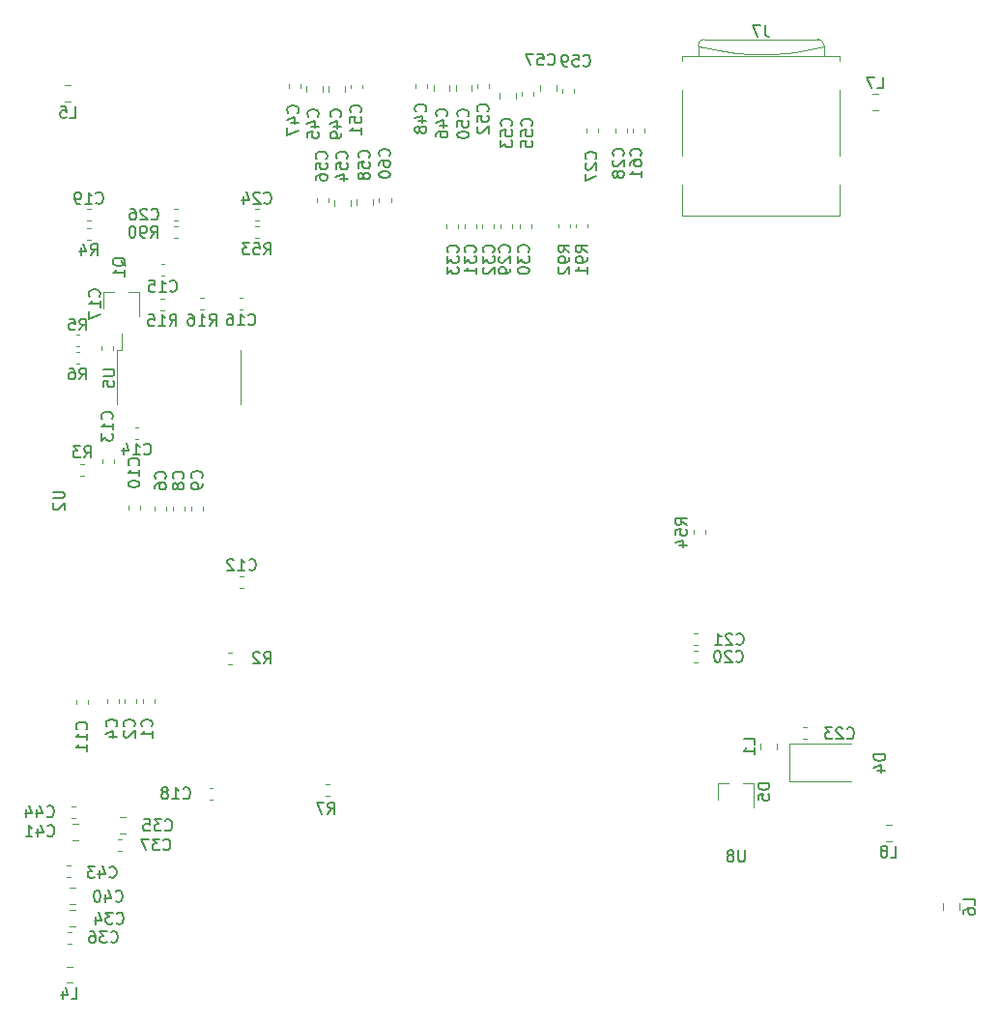
<source format=gbr>
G04 #@! TF.GenerationSoftware,KiCad,Pcbnew,5.1.5-52549c5~86~ubuntu18.04.1*
G04 #@! TF.CreationDate,2020-05-25T12:27:11-05:00*
G04 #@! TF.ProjectId,AICE,41494345-2e6b-4696-9361-645f70636258,rev?*
G04 #@! TF.SameCoordinates,Original*
G04 #@! TF.FileFunction,Legend,Bot*
G04 #@! TF.FilePolarity,Positive*
%FSLAX46Y46*%
G04 Gerber Fmt 4.6, Leading zero omitted, Abs format (unit mm)*
G04 Created by KiCad (PCBNEW 5.1.5-52549c5~86~ubuntu18.04.1) date 2020-05-25 12:27:11*
%MOMM*%
%LPD*%
G04 APERTURE LIST*
%ADD10C,0.120000*%
%ADD11C,0.150000*%
G04 APERTURE END LIST*
D10*
X76402640Y-79402579D02*
X76402640Y-79077021D01*
X75382640Y-79402579D02*
X75382640Y-79077021D01*
X46480000Y-90078000D02*
X46880000Y-90078000D01*
X46880000Y-90078000D02*
X46880000Y-88678000D01*
X46480000Y-90078000D02*
X46480000Y-94878000D01*
X57280000Y-90078000D02*
X57280000Y-94878000D01*
X85179440Y-79057281D02*
X85179440Y-79382839D01*
X86199440Y-79057281D02*
X86199440Y-79382839D01*
X86716140Y-79062361D02*
X86716140Y-79387919D01*
X87736140Y-79062361D02*
X87736140Y-79387919D01*
X51788779Y-80300000D02*
X51463221Y-80300000D01*
X51788779Y-79280000D02*
X51463221Y-79280000D01*
X98010000Y-105887221D02*
X98010000Y-106212779D01*
X96990000Y-105887221D02*
X96990000Y-106212779D01*
X58900779Y-80300000D02*
X58575221Y-80300000D01*
X58900779Y-79280000D02*
X58575221Y-79280000D01*
X53782221Y-85558000D02*
X54107779Y-85558000D01*
X53782221Y-86578000D02*
X54107779Y-86578000D01*
X50282221Y-85598000D02*
X50607779Y-85598000D01*
X50282221Y-86618000D02*
X50607779Y-86618000D01*
X43208779Y-91306000D02*
X42883221Y-91306000D01*
X43208779Y-90286000D02*
X42883221Y-90286000D01*
X43208779Y-89736000D02*
X42883221Y-89736000D01*
X43208779Y-88716000D02*
X42883221Y-88716000D01*
X44156779Y-80424000D02*
X43831221Y-80424000D01*
X44156779Y-79404000D02*
X43831221Y-79404000D01*
X43271221Y-100074000D02*
X43596779Y-100074000D01*
X43271221Y-101094000D02*
X43596779Y-101094000D01*
X56550779Y-117604000D02*
X56225221Y-117604000D01*
X56550779Y-116584000D02*
X56225221Y-116584000D01*
X113841422Y-131700000D02*
X114358578Y-131700000D01*
X113841422Y-133120000D02*
X114358578Y-133120000D01*
X113188578Y-69090000D02*
X112671422Y-69090000D01*
X113188578Y-67670000D02*
X112671422Y-67670000D01*
X118870000Y-139088578D02*
X118870000Y-138571422D01*
X120290000Y-139088578D02*
X120290000Y-138571422D01*
X41932422Y-66942000D02*
X42449578Y-66942000D01*
X41932422Y-68362000D02*
X42449578Y-68362000D01*
X42046422Y-144090000D02*
X42563578Y-144090000D01*
X42046422Y-145510000D02*
X42563578Y-145510000D01*
X104288000Y-124545422D02*
X104288000Y-125062578D01*
X102868000Y-124545422D02*
X102868000Y-125062578D01*
X105400000Y-127850000D02*
X110800000Y-127850000D01*
X105400000Y-124550000D02*
X110800000Y-124550000D01*
X105400000Y-127850000D02*
X105400000Y-124550000D01*
X92712000Y-71028779D02*
X92712000Y-70703221D01*
X91692000Y-71028779D02*
X91692000Y-70703221D01*
X70479380Y-76781441D02*
X70479380Y-77106999D01*
X69459380Y-76781441D02*
X69459380Y-77106999D01*
X85479180Y-67536879D02*
X85479180Y-67211321D01*
X86499180Y-67536879D02*
X86499180Y-67211321D01*
X68921700Y-76886302D02*
X68921700Y-77403458D01*
X67501700Y-76886302D02*
X67501700Y-77403458D01*
X83539180Y-67436678D02*
X83539180Y-66919522D01*
X84959180Y-67436678D02*
X84959180Y-66919522D01*
X64994760Y-76843001D02*
X64994760Y-77168559D01*
X63974760Y-76843001D02*
X63974760Y-77168559D01*
X82973180Y-67519321D02*
X82973180Y-67844879D01*
X81953180Y-67519321D02*
X81953180Y-67844879D01*
X66924760Y-76947202D02*
X66924760Y-77464358D01*
X65504760Y-76947202D02*
X65504760Y-77464358D01*
X81439180Y-67598522D02*
X81439180Y-68115678D01*
X80019180Y-67598522D02*
X80019180Y-68115678D01*
X79104460Y-66805401D02*
X79104460Y-67130959D01*
X78084460Y-66805401D02*
X78084460Y-67130959D01*
X67994820Y-66868341D02*
X67994820Y-67193899D01*
X66974820Y-66868341D02*
X66974820Y-67193899D01*
X77574460Y-66909602D02*
X77574460Y-67426758D01*
X76154460Y-66909602D02*
X76154460Y-67426758D01*
X66464820Y-66965042D02*
X66464820Y-67482198D01*
X65044820Y-66965042D02*
X65044820Y-67482198D01*
X73684460Y-66805401D02*
X73684460Y-67130959D01*
X72664460Y-66805401D02*
X72664460Y-67130959D01*
X62544820Y-66853341D02*
X62544820Y-67178899D01*
X61524820Y-66853341D02*
X61524820Y-67178899D01*
X75624460Y-66909602D02*
X75624460Y-67426758D01*
X74204460Y-66909602D02*
X74204460Y-67426758D01*
X64494820Y-66957542D02*
X64494820Y-67474698D01*
X63074820Y-66957542D02*
X63074820Y-67474698D01*
X42477221Y-130090000D02*
X42802779Y-130090000D01*
X42477221Y-131110000D02*
X42802779Y-131110000D01*
X42087221Y-135240000D02*
X42412779Y-135240000D01*
X42087221Y-136260000D02*
X42412779Y-136260000D01*
X42566422Y-131620000D02*
X43083578Y-131620000D01*
X42566422Y-133040000D02*
X43083578Y-133040000D01*
X42296422Y-137180000D02*
X42813578Y-137180000D01*
X42296422Y-138600000D02*
X42813578Y-138600000D01*
X46907779Y-133960000D02*
X46582221Y-133960000D01*
X46907779Y-132940000D02*
X46582221Y-132940000D01*
X42197221Y-141030000D02*
X42522779Y-141030000D01*
X42197221Y-142050000D02*
X42522779Y-142050000D01*
X47218578Y-132450000D02*
X46701422Y-132450000D01*
X47218578Y-131030000D02*
X46701422Y-131030000D01*
X42296422Y-139130000D02*
X42813578Y-139130000D01*
X42296422Y-140550000D02*
X42813578Y-140550000D01*
X79522460Y-79422579D02*
X79522460Y-79097021D01*
X78502460Y-79422579D02*
X78502460Y-79097021D01*
X77982640Y-79417579D02*
X77982640Y-79092021D01*
X76962640Y-79417579D02*
X76962640Y-79092021D01*
X82760000Y-79412779D02*
X82760000Y-79087221D01*
X81740000Y-79412779D02*
X81740000Y-79087221D01*
X81075620Y-79429879D02*
X81075620Y-79104321D01*
X80055620Y-79429879D02*
X80055620Y-79104321D01*
X91188000Y-71028779D02*
X91188000Y-70703221D01*
X90168000Y-71028779D02*
X90168000Y-70703221D01*
X88666000Y-71036779D02*
X88666000Y-70711221D01*
X87646000Y-71036779D02*
X87646000Y-70711221D01*
X58900779Y-78776000D02*
X58575221Y-78776000D01*
X58900779Y-77756000D02*
X58575221Y-77756000D01*
X106595221Y-123154000D02*
X106920779Y-123154000D01*
X106595221Y-124174000D02*
X106920779Y-124174000D01*
X97383279Y-115927620D02*
X97057721Y-115927620D01*
X97383279Y-114907620D02*
X97057721Y-114907620D01*
X97363279Y-117457620D02*
X97037721Y-117457620D01*
X97363279Y-116437620D02*
X97037721Y-116437620D01*
X44168779Y-78776000D02*
X43843221Y-78776000D01*
X44168779Y-77756000D02*
X43843221Y-77756000D01*
X54885779Y-129446000D02*
X54560221Y-129446000D01*
X54885779Y-128426000D02*
X54560221Y-128426000D01*
X46126000Y-89743221D02*
X46126000Y-90068779D01*
X45106000Y-89743221D02*
X45106000Y-90068779D01*
X57192221Y-85538000D02*
X57517779Y-85538000D01*
X57192221Y-86558000D02*
X57517779Y-86558000D01*
X50332221Y-82598000D02*
X50657779Y-82598000D01*
X50332221Y-83618000D02*
X50657779Y-83618000D01*
X48047221Y-96888000D02*
X48372779Y-96888000D01*
X48047221Y-97908000D02*
X48372779Y-97908000D01*
X45210000Y-99984779D02*
X45210000Y-99659221D01*
X46230000Y-99984779D02*
X46230000Y-99659221D01*
X57592779Y-110890000D02*
X57267221Y-110890000D01*
X57592779Y-109870000D02*
X57267221Y-109870000D01*
X42924000Y-121066779D02*
X42924000Y-120741221D01*
X43944000Y-121066779D02*
X43944000Y-120741221D01*
X48516000Y-103723221D02*
X48516000Y-104048779D01*
X47496000Y-103723221D02*
X47496000Y-104048779D01*
X53978000Y-104153779D02*
X53978000Y-103828221D01*
X52958000Y-104153779D02*
X52958000Y-103828221D01*
X51378000Y-104138779D02*
X51378000Y-103813221D01*
X52398000Y-104138779D02*
X52398000Y-103813221D01*
X49808000Y-104133779D02*
X49808000Y-103808221D01*
X50828000Y-104133779D02*
X50828000Y-103808221D01*
X46620000Y-120647221D02*
X46620000Y-120972779D01*
X45600000Y-120647221D02*
X45600000Y-120972779D01*
X48170000Y-120672221D02*
X48170000Y-120997779D01*
X47150000Y-120672221D02*
X47150000Y-120997779D01*
X49760000Y-120667221D02*
X49760000Y-120992779D01*
X48740000Y-120667221D02*
X48740000Y-120992779D01*
X99118000Y-128004000D02*
X100048000Y-128004000D01*
X102278000Y-128004000D02*
X101348000Y-128004000D01*
X102278000Y-128004000D02*
X102278000Y-130164000D01*
X99118000Y-128004000D02*
X99118000Y-129464000D01*
X97910000Y-63590000D02*
X97410000Y-63490000D01*
X99210000Y-63890000D02*
X97910000Y-63590000D01*
X100710000Y-64090000D02*
X99210000Y-63890000D01*
X102010000Y-64190000D02*
X100710000Y-64090000D01*
X103810000Y-64190000D02*
X102010000Y-64190000D01*
X105110000Y-64090000D02*
X103810000Y-64190000D01*
X105910000Y-63990000D02*
X105110000Y-64090000D01*
X107610000Y-63690000D02*
X105910000Y-63990000D01*
X108410000Y-63490000D02*
X107610000Y-63690000D01*
X107910000Y-62890000D02*
X97910000Y-62890000D01*
X108410000Y-64390000D02*
X108410000Y-63390000D01*
X97410000Y-64390000D02*
X97410000Y-63390000D01*
X109820000Y-64390000D02*
X96000000Y-64390000D01*
X96000000Y-78310000D02*
X109820000Y-78310000D01*
X96000000Y-75610000D02*
X96000000Y-78310000D01*
X96000000Y-64390000D02*
X96000000Y-64790000D01*
X96000000Y-67310000D02*
X96000000Y-73090000D01*
X109820000Y-75610000D02*
X109820000Y-78310000D01*
X109820000Y-67310000D02*
X109820000Y-73090000D01*
X109820000Y-64390000D02*
X109820000Y-64790000D01*
X97410000Y-63390000D02*
G75*
G02X97910000Y-62890000I500000J0D01*
G01*
X107910000Y-62890000D02*
G75*
G02X108410000Y-63390000I0J-500000D01*
G01*
X45270000Y-84998000D02*
X46200000Y-84998000D01*
X48430000Y-84998000D02*
X47500000Y-84998000D01*
X48430000Y-84998000D02*
X48430000Y-87158000D01*
X45270000Y-84998000D02*
X45270000Y-86458000D01*
X51814279Y-77756000D02*
X51488721Y-77756000D01*
X51814279Y-78776000D02*
X51488721Y-78776000D01*
X65062779Y-128090000D02*
X64737221Y-128090000D01*
X65062779Y-129110000D02*
X64737221Y-129110000D01*
D11*
X76311782Y-81532942D02*
X76359401Y-81485323D01*
X76407020Y-81342466D01*
X76407020Y-81247228D01*
X76359401Y-81104371D01*
X76264163Y-81009133D01*
X76168925Y-80961514D01*
X75978449Y-80913895D01*
X75835592Y-80913895D01*
X75645116Y-80961514D01*
X75549878Y-81009133D01*
X75454640Y-81104371D01*
X75407020Y-81247228D01*
X75407020Y-81342466D01*
X75454640Y-81485323D01*
X75502259Y-81532942D01*
X75407020Y-81866276D02*
X75407020Y-82485323D01*
X75787973Y-82151990D01*
X75787973Y-82294847D01*
X75835592Y-82390085D01*
X75883211Y-82437704D01*
X75978449Y-82485323D01*
X76216544Y-82485323D01*
X76311782Y-82437704D01*
X76359401Y-82390085D01*
X76407020Y-82294847D01*
X76407020Y-82009133D01*
X76359401Y-81913895D01*
X76311782Y-81866276D01*
X75407020Y-82818657D02*
X75407020Y-83437704D01*
X75787973Y-83104371D01*
X75787973Y-83247228D01*
X75835592Y-83342466D01*
X75883211Y-83390085D01*
X75978449Y-83437704D01*
X76216544Y-83437704D01*
X76311782Y-83390085D01*
X76359401Y-83342466D01*
X76407020Y-83247228D01*
X76407020Y-82961514D01*
X76359401Y-82866276D01*
X76311782Y-82818657D01*
X45252380Y-91788095D02*
X46061904Y-91788095D01*
X46157142Y-91835714D01*
X46204761Y-91883333D01*
X46252380Y-91978571D01*
X46252380Y-92169047D01*
X46204761Y-92264285D01*
X46157142Y-92311904D01*
X46061904Y-92359523D01*
X45252380Y-92359523D01*
X45252380Y-93311904D02*
X45252380Y-92835714D01*
X45728571Y-92788095D01*
X45680952Y-92835714D01*
X45633333Y-92930952D01*
X45633333Y-93169047D01*
X45680952Y-93264285D01*
X45728571Y-93311904D01*
X45823809Y-93359523D01*
X46061904Y-93359523D01*
X46157142Y-93311904D01*
X46204761Y-93264285D01*
X46252380Y-93169047D01*
X46252380Y-92930952D01*
X46204761Y-92835714D01*
X46157142Y-92788095D01*
X86127820Y-81512202D02*
X85651630Y-81178869D01*
X86127820Y-80940774D02*
X85127820Y-80940774D01*
X85127820Y-81321726D01*
X85175440Y-81416964D01*
X85223059Y-81464583D01*
X85318297Y-81512202D01*
X85461154Y-81512202D01*
X85556392Y-81464583D01*
X85604011Y-81416964D01*
X85651630Y-81321726D01*
X85651630Y-80940774D01*
X86127820Y-81988393D02*
X86127820Y-82178869D01*
X86080201Y-82274107D01*
X86032582Y-82321726D01*
X85889725Y-82416964D01*
X85699249Y-82464583D01*
X85318297Y-82464583D01*
X85223059Y-82416964D01*
X85175440Y-82369345D01*
X85127820Y-82274107D01*
X85127820Y-82083631D01*
X85175440Y-81988393D01*
X85223059Y-81940774D01*
X85318297Y-81893155D01*
X85556392Y-81893155D01*
X85651630Y-81940774D01*
X85699249Y-81988393D01*
X85746868Y-82083631D01*
X85746868Y-82274107D01*
X85699249Y-82369345D01*
X85651630Y-82416964D01*
X85556392Y-82464583D01*
X85223059Y-82845536D02*
X85175440Y-82893155D01*
X85127820Y-82988393D01*
X85127820Y-83226488D01*
X85175440Y-83321726D01*
X85223059Y-83369345D01*
X85318297Y-83416964D01*
X85413535Y-83416964D01*
X85556392Y-83369345D01*
X86127820Y-82797917D01*
X86127820Y-83416964D01*
X87670520Y-81527282D02*
X87194330Y-81193949D01*
X87670520Y-80955854D02*
X86670520Y-80955854D01*
X86670520Y-81336806D01*
X86718140Y-81432044D01*
X86765759Y-81479663D01*
X86860997Y-81527282D01*
X87003854Y-81527282D01*
X87099092Y-81479663D01*
X87146711Y-81432044D01*
X87194330Y-81336806D01*
X87194330Y-80955854D01*
X87670520Y-82003473D02*
X87670520Y-82193949D01*
X87622901Y-82289187D01*
X87575282Y-82336806D01*
X87432425Y-82432044D01*
X87241949Y-82479663D01*
X86860997Y-82479663D01*
X86765759Y-82432044D01*
X86718140Y-82384425D01*
X86670520Y-82289187D01*
X86670520Y-82098711D01*
X86718140Y-82003473D01*
X86765759Y-81955854D01*
X86860997Y-81908235D01*
X87099092Y-81908235D01*
X87194330Y-81955854D01*
X87241949Y-82003473D01*
X87289568Y-82098711D01*
X87289568Y-82289187D01*
X87241949Y-82384425D01*
X87194330Y-82432044D01*
X87099092Y-82479663D01*
X87670520Y-83432044D02*
X87670520Y-82860616D01*
X87670520Y-83146330D02*
X86670520Y-83146330D01*
X86813378Y-83051092D01*
X86908616Y-82955854D01*
X86956235Y-82860616D01*
X49442857Y-80252380D02*
X49776190Y-79776190D01*
X50014285Y-80252380D02*
X50014285Y-79252380D01*
X49633333Y-79252380D01*
X49538095Y-79300000D01*
X49490476Y-79347619D01*
X49442857Y-79442857D01*
X49442857Y-79585714D01*
X49490476Y-79680952D01*
X49538095Y-79728571D01*
X49633333Y-79776190D01*
X50014285Y-79776190D01*
X48966666Y-80252380D02*
X48776190Y-80252380D01*
X48680952Y-80204761D01*
X48633333Y-80157142D01*
X48538095Y-80014285D01*
X48490476Y-79823809D01*
X48490476Y-79442857D01*
X48538095Y-79347619D01*
X48585714Y-79300000D01*
X48680952Y-79252380D01*
X48871428Y-79252380D01*
X48966666Y-79300000D01*
X49014285Y-79347619D01*
X49061904Y-79442857D01*
X49061904Y-79680952D01*
X49014285Y-79776190D01*
X48966666Y-79823809D01*
X48871428Y-79871428D01*
X48680952Y-79871428D01*
X48585714Y-79823809D01*
X48538095Y-79776190D01*
X48490476Y-79680952D01*
X47871428Y-79252380D02*
X47776190Y-79252380D01*
X47680952Y-79300000D01*
X47633333Y-79347619D01*
X47585714Y-79442857D01*
X47538095Y-79633333D01*
X47538095Y-79871428D01*
X47585714Y-80061904D01*
X47633333Y-80157142D01*
X47680952Y-80204761D01*
X47776190Y-80252380D01*
X47871428Y-80252380D01*
X47966666Y-80204761D01*
X48014285Y-80157142D01*
X48061904Y-80061904D01*
X48109523Y-79871428D01*
X48109523Y-79633333D01*
X48061904Y-79442857D01*
X48014285Y-79347619D01*
X47966666Y-79300000D01*
X47871428Y-79252380D01*
X96428380Y-105407142D02*
X95952190Y-105073809D01*
X96428380Y-104835714D02*
X95428380Y-104835714D01*
X95428380Y-105216666D01*
X95476000Y-105311904D01*
X95523619Y-105359523D01*
X95618857Y-105407142D01*
X95761714Y-105407142D01*
X95856952Y-105359523D01*
X95904571Y-105311904D01*
X95952190Y-105216666D01*
X95952190Y-104835714D01*
X95428380Y-106311904D02*
X95428380Y-105835714D01*
X95904571Y-105788095D01*
X95856952Y-105835714D01*
X95809333Y-105930952D01*
X95809333Y-106169047D01*
X95856952Y-106264285D01*
X95904571Y-106311904D01*
X95999809Y-106359523D01*
X96237904Y-106359523D01*
X96333142Y-106311904D01*
X96380761Y-106264285D01*
X96428380Y-106169047D01*
X96428380Y-105930952D01*
X96380761Y-105835714D01*
X96333142Y-105788095D01*
X95761714Y-107216666D02*
X96428380Y-107216666D01*
X95380761Y-106978571D02*
X96095047Y-106740476D01*
X96095047Y-107359523D01*
X59380857Y-81732380D02*
X59714190Y-81256190D01*
X59952285Y-81732380D02*
X59952285Y-80732380D01*
X59571333Y-80732380D01*
X59476095Y-80780000D01*
X59428476Y-80827619D01*
X59380857Y-80922857D01*
X59380857Y-81065714D01*
X59428476Y-81160952D01*
X59476095Y-81208571D01*
X59571333Y-81256190D01*
X59952285Y-81256190D01*
X58476095Y-80732380D02*
X58952285Y-80732380D01*
X58999904Y-81208571D01*
X58952285Y-81160952D01*
X58857047Y-81113333D01*
X58618952Y-81113333D01*
X58523714Y-81160952D01*
X58476095Y-81208571D01*
X58428476Y-81303809D01*
X58428476Y-81541904D01*
X58476095Y-81637142D01*
X58523714Y-81684761D01*
X58618952Y-81732380D01*
X58857047Y-81732380D01*
X58952285Y-81684761D01*
X58999904Y-81637142D01*
X58095142Y-80732380D02*
X57476095Y-80732380D01*
X57809428Y-81113333D01*
X57666571Y-81113333D01*
X57571333Y-81160952D01*
X57523714Y-81208571D01*
X57476095Y-81303809D01*
X57476095Y-81541904D01*
X57523714Y-81637142D01*
X57571333Y-81684761D01*
X57666571Y-81732380D01*
X57952285Y-81732380D01*
X58047523Y-81684761D01*
X58095142Y-81637142D01*
X54587857Y-87950380D02*
X54921190Y-87474190D01*
X55159285Y-87950380D02*
X55159285Y-86950380D01*
X54778333Y-86950380D01*
X54683095Y-86998000D01*
X54635476Y-87045619D01*
X54587857Y-87140857D01*
X54587857Y-87283714D01*
X54635476Y-87378952D01*
X54683095Y-87426571D01*
X54778333Y-87474190D01*
X55159285Y-87474190D01*
X53635476Y-87950380D02*
X54206904Y-87950380D01*
X53921190Y-87950380D02*
X53921190Y-86950380D01*
X54016428Y-87093238D01*
X54111666Y-87188476D01*
X54206904Y-87236095D01*
X52778333Y-86950380D02*
X52968809Y-86950380D01*
X53064047Y-86998000D01*
X53111666Y-87045619D01*
X53206904Y-87188476D01*
X53254523Y-87378952D01*
X53254523Y-87759904D01*
X53206904Y-87855142D01*
X53159285Y-87902761D01*
X53064047Y-87950380D01*
X52873571Y-87950380D01*
X52778333Y-87902761D01*
X52730714Y-87855142D01*
X52683095Y-87759904D01*
X52683095Y-87521809D01*
X52730714Y-87426571D01*
X52778333Y-87378952D01*
X52873571Y-87331333D01*
X53064047Y-87331333D01*
X53159285Y-87378952D01*
X53206904Y-87426571D01*
X53254523Y-87521809D01*
X51087857Y-87990380D02*
X51421190Y-87514190D01*
X51659285Y-87990380D02*
X51659285Y-86990380D01*
X51278333Y-86990380D01*
X51183095Y-87038000D01*
X51135476Y-87085619D01*
X51087857Y-87180857D01*
X51087857Y-87323714D01*
X51135476Y-87418952D01*
X51183095Y-87466571D01*
X51278333Y-87514190D01*
X51659285Y-87514190D01*
X50135476Y-87990380D02*
X50706904Y-87990380D01*
X50421190Y-87990380D02*
X50421190Y-86990380D01*
X50516428Y-87133238D01*
X50611666Y-87228476D01*
X50706904Y-87276095D01*
X49230714Y-86990380D02*
X49706904Y-86990380D01*
X49754523Y-87466571D01*
X49706904Y-87418952D01*
X49611666Y-87371333D01*
X49373571Y-87371333D01*
X49278333Y-87418952D01*
X49230714Y-87466571D01*
X49183095Y-87561809D01*
X49183095Y-87799904D01*
X49230714Y-87895142D01*
X49278333Y-87942761D01*
X49373571Y-87990380D01*
X49611666Y-87990380D01*
X49706904Y-87942761D01*
X49754523Y-87895142D01*
X43186666Y-92682380D02*
X43520000Y-92206190D01*
X43758095Y-92682380D02*
X43758095Y-91682380D01*
X43377142Y-91682380D01*
X43281904Y-91730000D01*
X43234285Y-91777619D01*
X43186666Y-91872857D01*
X43186666Y-92015714D01*
X43234285Y-92110952D01*
X43281904Y-92158571D01*
X43377142Y-92206190D01*
X43758095Y-92206190D01*
X42329523Y-91682380D02*
X42520000Y-91682380D01*
X42615238Y-91730000D01*
X42662857Y-91777619D01*
X42758095Y-91920476D01*
X42805714Y-92110952D01*
X42805714Y-92491904D01*
X42758095Y-92587142D01*
X42710476Y-92634761D01*
X42615238Y-92682380D01*
X42424761Y-92682380D01*
X42329523Y-92634761D01*
X42281904Y-92587142D01*
X42234285Y-92491904D01*
X42234285Y-92253809D01*
X42281904Y-92158571D01*
X42329523Y-92110952D01*
X42424761Y-92063333D01*
X42615238Y-92063333D01*
X42710476Y-92110952D01*
X42758095Y-92158571D01*
X42805714Y-92253809D01*
X43196666Y-88352380D02*
X43530000Y-87876190D01*
X43768095Y-88352380D02*
X43768095Y-87352380D01*
X43387142Y-87352380D01*
X43291904Y-87400000D01*
X43244285Y-87447619D01*
X43196666Y-87542857D01*
X43196666Y-87685714D01*
X43244285Y-87780952D01*
X43291904Y-87828571D01*
X43387142Y-87876190D01*
X43768095Y-87876190D01*
X42291904Y-87352380D02*
X42768095Y-87352380D01*
X42815714Y-87828571D01*
X42768095Y-87780952D01*
X42672857Y-87733333D01*
X42434761Y-87733333D01*
X42339523Y-87780952D01*
X42291904Y-87828571D01*
X42244285Y-87923809D01*
X42244285Y-88161904D01*
X42291904Y-88257142D01*
X42339523Y-88304761D01*
X42434761Y-88352380D01*
X42672857Y-88352380D01*
X42768095Y-88304761D01*
X42815714Y-88257142D01*
X44166666Y-81802380D02*
X44500000Y-81326190D01*
X44738095Y-81802380D02*
X44738095Y-80802380D01*
X44357142Y-80802380D01*
X44261904Y-80850000D01*
X44214285Y-80897619D01*
X44166666Y-80992857D01*
X44166666Y-81135714D01*
X44214285Y-81230952D01*
X44261904Y-81278571D01*
X44357142Y-81326190D01*
X44738095Y-81326190D01*
X43309523Y-81135714D02*
X43309523Y-81802380D01*
X43547619Y-80754761D02*
X43785714Y-81469047D01*
X43166666Y-81469047D01*
X43600666Y-99512380D02*
X43934000Y-99036190D01*
X44172095Y-99512380D02*
X44172095Y-98512380D01*
X43791142Y-98512380D01*
X43695904Y-98560000D01*
X43648285Y-98607619D01*
X43600666Y-98702857D01*
X43600666Y-98845714D01*
X43648285Y-98940952D01*
X43695904Y-98988571D01*
X43791142Y-99036190D01*
X44172095Y-99036190D01*
X43267333Y-98512380D02*
X42648285Y-98512380D01*
X42981619Y-98893333D01*
X42838761Y-98893333D01*
X42743523Y-98940952D01*
X42695904Y-98988571D01*
X42648285Y-99083809D01*
X42648285Y-99321904D01*
X42695904Y-99417142D01*
X42743523Y-99464761D01*
X42838761Y-99512380D01*
X43124476Y-99512380D01*
X43219714Y-99464761D01*
X43267333Y-99417142D01*
X59348666Y-117546380D02*
X59682000Y-117070190D01*
X59920095Y-117546380D02*
X59920095Y-116546380D01*
X59539142Y-116546380D01*
X59443904Y-116594000D01*
X59396285Y-116641619D01*
X59348666Y-116736857D01*
X59348666Y-116879714D01*
X59396285Y-116974952D01*
X59443904Y-117022571D01*
X59539142Y-117070190D01*
X59920095Y-117070190D01*
X58967714Y-116641619D02*
X58920095Y-116594000D01*
X58824857Y-116546380D01*
X58586761Y-116546380D01*
X58491523Y-116594000D01*
X58443904Y-116641619D01*
X58396285Y-116736857D01*
X58396285Y-116832095D01*
X58443904Y-116974952D01*
X59015333Y-117546380D01*
X58396285Y-117546380D01*
X114266666Y-134512380D02*
X114742857Y-134512380D01*
X114742857Y-133512380D01*
X113790476Y-133940952D02*
X113885714Y-133893333D01*
X113933333Y-133845714D01*
X113980952Y-133750476D01*
X113980952Y-133702857D01*
X113933333Y-133607619D01*
X113885714Y-133560000D01*
X113790476Y-133512380D01*
X113600000Y-133512380D01*
X113504761Y-133560000D01*
X113457142Y-133607619D01*
X113409523Y-133702857D01*
X113409523Y-133750476D01*
X113457142Y-133845714D01*
X113504761Y-133893333D01*
X113600000Y-133940952D01*
X113790476Y-133940952D01*
X113885714Y-133988571D01*
X113933333Y-134036190D01*
X113980952Y-134131428D01*
X113980952Y-134321904D01*
X113933333Y-134417142D01*
X113885714Y-134464761D01*
X113790476Y-134512380D01*
X113600000Y-134512380D01*
X113504761Y-134464761D01*
X113457142Y-134417142D01*
X113409523Y-134321904D01*
X113409523Y-134131428D01*
X113457142Y-134036190D01*
X113504761Y-133988571D01*
X113600000Y-133940952D01*
X113096666Y-67182380D02*
X113572857Y-67182380D01*
X113572857Y-66182380D01*
X112858571Y-66182380D02*
X112191904Y-66182380D01*
X112620476Y-67182380D01*
X121682380Y-138663333D02*
X121682380Y-138187142D01*
X120682380Y-138187142D01*
X120682380Y-139425238D02*
X120682380Y-139234761D01*
X120730000Y-139139523D01*
X120777619Y-139091904D01*
X120920476Y-138996666D01*
X121110952Y-138949047D01*
X121491904Y-138949047D01*
X121587142Y-138996666D01*
X121634761Y-139044285D01*
X121682380Y-139139523D01*
X121682380Y-139330000D01*
X121634761Y-139425238D01*
X121587142Y-139472857D01*
X121491904Y-139520476D01*
X121253809Y-139520476D01*
X121158571Y-139472857D01*
X121110952Y-139425238D01*
X121063333Y-139330000D01*
X121063333Y-139139523D01*
X121110952Y-139044285D01*
X121158571Y-138996666D01*
X121253809Y-138949047D01*
X42357666Y-69754380D02*
X42833857Y-69754380D01*
X42833857Y-68754380D01*
X41548142Y-68754380D02*
X42024333Y-68754380D01*
X42071952Y-69230571D01*
X42024333Y-69182952D01*
X41929095Y-69135333D01*
X41691000Y-69135333D01*
X41595761Y-69182952D01*
X41548142Y-69230571D01*
X41500523Y-69325809D01*
X41500523Y-69563904D01*
X41548142Y-69659142D01*
X41595761Y-69706761D01*
X41691000Y-69754380D01*
X41929095Y-69754380D01*
X42024333Y-69706761D01*
X42071952Y-69659142D01*
X42471666Y-146902380D02*
X42947857Y-146902380D01*
X42947857Y-145902380D01*
X41709761Y-146235714D02*
X41709761Y-146902380D01*
X41947857Y-145854761D02*
X42185952Y-146569047D01*
X41566904Y-146569047D01*
X102380380Y-124637333D02*
X102380380Y-124161142D01*
X101380380Y-124161142D01*
X102380380Y-125494476D02*
X102380380Y-124923047D01*
X102380380Y-125208761D02*
X101380380Y-125208761D01*
X101523238Y-125113523D01*
X101618476Y-125018285D01*
X101666095Y-124923047D01*
X113802380Y-125511904D02*
X112802380Y-125511904D01*
X112802380Y-125750000D01*
X112850000Y-125892857D01*
X112945238Y-125988095D01*
X113040476Y-126035714D01*
X113230952Y-126083333D01*
X113373809Y-126083333D01*
X113564285Y-126035714D01*
X113659523Y-125988095D01*
X113754761Y-125892857D01*
X113802380Y-125750000D01*
X113802380Y-125511904D01*
X113135714Y-126940476D02*
X113802380Y-126940476D01*
X112754761Y-126702380D02*
X113469047Y-126464285D01*
X113469047Y-127083333D01*
X92331142Y-73075142D02*
X92378761Y-73027523D01*
X92426380Y-72884666D01*
X92426380Y-72789428D01*
X92378761Y-72646571D01*
X92283523Y-72551333D01*
X92188285Y-72503714D01*
X91997809Y-72456095D01*
X91854952Y-72456095D01*
X91664476Y-72503714D01*
X91569238Y-72551333D01*
X91474000Y-72646571D01*
X91426380Y-72789428D01*
X91426380Y-72884666D01*
X91474000Y-73027523D01*
X91521619Y-73075142D01*
X91426380Y-73932285D02*
X91426380Y-73741809D01*
X91474000Y-73646571D01*
X91521619Y-73598952D01*
X91664476Y-73503714D01*
X91854952Y-73456095D01*
X92235904Y-73456095D01*
X92331142Y-73503714D01*
X92378761Y-73551333D01*
X92426380Y-73646571D01*
X92426380Y-73837047D01*
X92378761Y-73932285D01*
X92331142Y-73979904D01*
X92235904Y-74027523D01*
X91997809Y-74027523D01*
X91902571Y-73979904D01*
X91854952Y-73932285D01*
X91807333Y-73837047D01*
X91807333Y-73646571D01*
X91854952Y-73551333D01*
X91902571Y-73503714D01*
X91997809Y-73456095D01*
X92426380Y-74979904D02*
X92426380Y-74408476D01*
X92426380Y-74694190D02*
X91426380Y-74694190D01*
X91569238Y-74598952D01*
X91664476Y-74503714D01*
X91712095Y-74408476D01*
X70340522Y-73107362D02*
X70388141Y-73059743D01*
X70435760Y-72916886D01*
X70435760Y-72821648D01*
X70388141Y-72678791D01*
X70292903Y-72583553D01*
X70197665Y-72535934D01*
X70007189Y-72488315D01*
X69864332Y-72488315D01*
X69673856Y-72535934D01*
X69578618Y-72583553D01*
X69483380Y-72678791D01*
X69435760Y-72821648D01*
X69435760Y-72916886D01*
X69483380Y-73059743D01*
X69530999Y-73107362D01*
X69435760Y-73964505D02*
X69435760Y-73774029D01*
X69483380Y-73678791D01*
X69530999Y-73631172D01*
X69673856Y-73535934D01*
X69864332Y-73488315D01*
X70245284Y-73488315D01*
X70340522Y-73535934D01*
X70388141Y-73583553D01*
X70435760Y-73678791D01*
X70435760Y-73869267D01*
X70388141Y-73964505D01*
X70340522Y-74012124D01*
X70245284Y-74059743D01*
X70007189Y-74059743D01*
X69911951Y-74012124D01*
X69864332Y-73964505D01*
X69816713Y-73869267D01*
X69816713Y-73678791D01*
X69864332Y-73583553D01*
X69911951Y-73535934D01*
X70007189Y-73488315D01*
X69435760Y-74678791D02*
X69435760Y-74774029D01*
X69483380Y-74869267D01*
X69530999Y-74916886D01*
X69626237Y-74964505D01*
X69816713Y-75012124D01*
X70054808Y-75012124D01*
X70245284Y-74964505D01*
X70340522Y-74916886D01*
X70388141Y-74869267D01*
X70435760Y-74774029D01*
X70435760Y-74678791D01*
X70388141Y-74583553D01*
X70340522Y-74535934D01*
X70245284Y-74488315D01*
X70054808Y-74440696D01*
X69816713Y-74440696D01*
X69626237Y-74488315D01*
X69530999Y-74535934D01*
X69483380Y-74583553D01*
X69435760Y-74678791D01*
X87342857Y-65157142D02*
X87390476Y-65204761D01*
X87533333Y-65252380D01*
X87628571Y-65252380D01*
X87771428Y-65204761D01*
X87866666Y-65109523D01*
X87914285Y-65014285D01*
X87961904Y-64823809D01*
X87961904Y-64680952D01*
X87914285Y-64490476D01*
X87866666Y-64395238D01*
X87771428Y-64300000D01*
X87628571Y-64252380D01*
X87533333Y-64252380D01*
X87390476Y-64300000D01*
X87342857Y-64347619D01*
X86438095Y-64252380D02*
X86914285Y-64252380D01*
X86961904Y-64728571D01*
X86914285Y-64680952D01*
X86819047Y-64633333D01*
X86580952Y-64633333D01*
X86485714Y-64680952D01*
X86438095Y-64728571D01*
X86390476Y-64823809D01*
X86390476Y-65061904D01*
X86438095Y-65157142D01*
X86485714Y-65204761D01*
X86580952Y-65252380D01*
X86819047Y-65252380D01*
X86914285Y-65204761D01*
X86961904Y-65157142D01*
X85914285Y-65252380D02*
X85723809Y-65252380D01*
X85628571Y-65204761D01*
X85580952Y-65157142D01*
X85485714Y-65014285D01*
X85438095Y-64823809D01*
X85438095Y-64442857D01*
X85485714Y-64347619D01*
X85533333Y-64300000D01*
X85628571Y-64252380D01*
X85819047Y-64252380D01*
X85914285Y-64300000D01*
X85961904Y-64347619D01*
X86009523Y-64442857D01*
X86009523Y-64680952D01*
X85961904Y-64776190D01*
X85914285Y-64823809D01*
X85819047Y-64871428D01*
X85628571Y-64871428D01*
X85533333Y-64823809D01*
X85485714Y-64776190D01*
X85438095Y-64680952D01*
X68534842Y-73249022D02*
X68582461Y-73201403D01*
X68630080Y-73058546D01*
X68630080Y-72963308D01*
X68582461Y-72820451D01*
X68487223Y-72725213D01*
X68391985Y-72677594D01*
X68201509Y-72629975D01*
X68058652Y-72629975D01*
X67868176Y-72677594D01*
X67772938Y-72725213D01*
X67677700Y-72820451D01*
X67630080Y-72963308D01*
X67630080Y-73058546D01*
X67677700Y-73201403D01*
X67725319Y-73249022D01*
X67630080Y-74153784D02*
X67630080Y-73677594D01*
X68106271Y-73629975D01*
X68058652Y-73677594D01*
X68011033Y-73772832D01*
X68011033Y-74010927D01*
X68058652Y-74106165D01*
X68106271Y-74153784D01*
X68201509Y-74201403D01*
X68439604Y-74201403D01*
X68534842Y-74153784D01*
X68582461Y-74106165D01*
X68630080Y-74010927D01*
X68630080Y-73772832D01*
X68582461Y-73677594D01*
X68534842Y-73629975D01*
X68058652Y-74772832D02*
X68011033Y-74677594D01*
X67963414Y-74629975D01*
X67868176Y-74582356D01*
X67820557Y-74582356D01*
X67725319Y-74629975D01*
X67677700Y-74677594D01*
X67630080Y-74772832D01*
X67630080Y-74963308D01*
X67677700Y-75058546D01*
X67725319Y-75106165D01*
X67820557Y-75153784D01*
X67868176Y-75153784D01*
X67963414Y-75106165D01*
X68011033Y-75058546D01*
X68058652Y-74963308D01*
X68058652Y-74772832D01*
X68106271Y-74677594D01*
X68153890Y-74629975D01*
X68249128Y-74582356D01*
X68439604Y-74582356D01*
X68534842Y-74629975D01*
X68582461Y-74677594D01*
X68630080Y-74772832D01*
X68630080Y-74963308D01*
X68582461Y-75058546D01*
X68534842Y-75106165D01*
X68439604Y-75153784D01*
X68249128Y-75153784D01*
X68153890Y-75106165D01*
X68106271Y-75058546D01*
X68058652Y-74963308D01*
X84242857Y-65057142D02*
X84290476Y-65104761D01*
X84433333Y-65152380D01*
X84528571Y-65152380D01*
X84671428Y-65104761D01*
X84766666Y-65009523D01*
X84814285Y-64914285D01*
X84861904Y-64723809D01*
X84861904Y-64580952D01*
X84814285Y-64390476D01*
X84766666Y-64295238D01*
X84671428Y-64200000D01*
X84528571Y-64152380D01*
X84433333Y-64152380D01*
X84290476Y-64200000D01*
X84242857Y-64247619D01*
X83338095Y-64152380D02*
X83814285Y-64152380D01*
X83861904Y-64628571D01*
X83814285Y-64580952D01*
X83719047Y-64533333D01*
X83480952Y-64533333D01*
X83385714Y-64580952D01*
X83338095Y-64628571D01*
X83290476Y-64723809D01*
X83290476Y-64961904D01*
X83338095Y-65057142D01*
X83385714Y-65104761D01*
X83480952Y-65152380D01*
X83719047Y-65152380D01*
X83814285Y-65104761D01*
X83861904Y-65057142D01*
X82957142Y-64152380D02*
X82290476Y-64152380D01*
X82719047Y-65152380D01*
X64799482Y-73354962D02*
X64847101Y-73307343D01*
X64894720Y-73164486D01*
X64894720Y-73069248D01*
X64847101Y-72926391D01*
X64751863Y-72831153D01*
X64656625Y-72783534D01*
X64466149Y-72735915D01*
X64323292Y-72735915D01*
X64132816Y-72783534D01*
X64037578Y-72831153D01*
X63942340Y-72926391D01*
X63894720Y-73069248D01*
X63894720Y-73164486D01*
X63942340Y-73307343D01*
X63989959Y-73354962D01*
X63894720Y-74259724D02*
X63894720Y-73783534D01*
X64370911Y-73735915D01*
X64323292Y-73783534D01*
X64275673Y-73878772D01*
X64275673Y-74116867D01*
X64323292Y-74212105D01*
X64370911Y-74259724D01*
X64466149Y-74307343D01*
X64704244Y-74307343D01*
X64799482Y-74259724D01*
X64847101Y-74212105D01*
X64894720Y-74116867D01*
X64894720Y-73878772D01*
X64847101Y-73783534D01*
X64799482Y-73735915D01*
X63894720Y-75164486D02*
X63894720Y-74974010D01*
X63942340Y-74878772D01*
X63989959Y-74831153D01*
X64132816Y-74735915D01*
X64323292Y-74688296D01*
X64704244Y-74688296D01*
X64799482Y-74735915D01*
X64847101Y-74783534D01*
X64894720Y-74878772D01*
X64894720Y-75069248D01*
X64847101Y-75164486D01*
X64799482Y-75212105D01*
X64704244Y-75259724D01*
X64466149Y-75259724D01*
X64370911Y-75212105D01*
X64323292Y-75164486D01*
X64275673Y-75069248D01*
X64275673Y-74878772D01*
X64323292Y-74783534D01*
X64370911Y-74735915D01*
X64466149Y-74688296D01*
X82796322Y-70453242D02*
X82843941Y-70405623D01*
X82891560Y-70262766D01*
X82891560Y-70167528D01*
X82843941Y-70024671D01*
X82748703Y-69929433D01*
X82653465Y-69881814D01*
X82462989Y-69834195D01*
X82320132Y-69834195D01*
X82129656Y-69881814D01*
X82034418Y-69929433D01*
X81939180Y-70024671D01*
X81891560Y-70167528D01*
X81891560Y-70262766D01*
X81939180Y-70405623D01*
X81986799Y-70453242D01*
X81891560Y-71358004D02*
X81891560Y-70881814D01*
X82367751Y-70834195D01*
X82320132Y-70881814D01*
X82272513Y-70977052D01*
X82272513Y-71215147D01*
X82320132Y-71310385D01*
X82367751Y-71358004D01*
X82462989Y-71405623D01*
X82701084Y-71405623D01*
X82796322Y-71358004D01*
X82843941Y-71310385D01*
X82891560Y-71215147D01*
X82891560Y-70977052D01*
X82843941Y-70881814D01*
X82796322Y-70834195D01*
X81891560Y-72310385D02*
X81891560Y-71834195D01*
X82367751Y-71786576D01*
X82320132Y-71834195D01*
X82272513Y-71929433D01*
X82272513Y-72167528D01*
X82320132Y-72262766D01*
X82367751Y-72310385D01*
X82462989Y-72358004D01*
X82701084Y-72358004D01*
X82796322Y-72310385D01*
X82843941Y-72262766D01*
X82891560Y-72167528D01*
X82891560Y-71929433D01*
X82843941Y-71834195D01*
X82796322Y-71786576D01*
X66585102Y-73332102D02*
X66632721Y-73284483D01*
X66680340Y-73141626D01*
X66680340Y-73046388D01*
X66632721Y-72903531D01*
X66537483Y-72808293D01*
X66442245Y-72760674D01*
X66251769Y-72713055D01*
X66108912Y-72713055D01*
X65918436Y-72760674D01*
X65823198Y-72808293D01*
X65727960Y-72903531D01*
X65680340Y-73046388D01*
X65680340Y-73141626D01*
X65727960Y-73284483D01*
X65775579Y-73332102D01*
X65680340Y-74236864D02*
X65680340Y-73760674D01*
X66156531Y-73713055D01*
X66108912Y-73760674D01*
X66061293Y-73855912D01*
X66061293Y-74094007D01*
X66108912Y-74189245D01*
X66156531Y-74236864D01*
X66251769Y-74284483D01*
X66489864Y-74284483D01*
X66585102Y-74236864D01*
X66632721Y-74189245D01*
X66680340Y-74094007D01*
X66680340Y-73855912D01*
X66632721Y-73760674D01*
X66585102Y-73713055D01*
X66013674Y-75141626D02*
X66680340Y-75141626D01*
X65632721Y-74903531D02*
X66347007Y-74665436D01*
X66347007Y-75284483D01*
X81018322Y-70453242D02*
X81065941Y-70405623D01*
X81113560Y-70262766D01*
X81113560Y-70167528D01*
X81065941Y-70024671D01*
X80970703Y-69929433D01*
X80875465Y-69881814D01*
X80684989Y-69834195D01*
X80542132Y-69834195D01*
X80351656Y-69881814D01*
X80256418Y-69929433D01*
X80161180Y-70024671D01*
X80113560Y-70167528D01*
X80113560Y-70262766D01*
X80161180Y-70405623D01*
X80208799Y-70453242D01*
X80113560Y-71358004D02*
X80113560Y-70881814D01*
X80589751Y-70834195D01*
X80542132Y-70881814D01*
X80494513Y-70977052D01*
X80494513Y-71215147D01*
X80542132Y-71310385D01*
X80589751Y-71358004D01*
X80684989Y-71405623D01*
X80923084Y-71405623D01*
X81018322Y-71358004D01*
X81065941Y-71310385D01*
X81113560Y-71215147D01*
X81113560Y-70977052D01*
X81065941Y-70881814D01*
X81018322Y-70834195D01*
X80113560Y-71738957D02*
X80113560Y-72358004D01*
X80494513Y-72024671D01*
X80494513Y-72167528D01*
X80542132Y-72262766D01*
X80589751Y-72310385D01*
X80684989Y-72358004D01*
X80923084Y-72358004D01*
X81018322Y-72310385D01*
X81065941Y-72262766D01*
X81113560Y-72167528D01*
X81113560Y-71881814D01*
X81065941Y-71786576D01*
X81018322Y-71738957D01*
X78941602Y-69205322D02*
X78989221Y-69157703D01*
X79036840Y-69014846D01*
X79036840Y-68919608D01*
X78989221Y-68776751D01*
X78893983Y-68681513D01*
X78798745Y-68633894D01*
X78608269Y-68586275D01*
X78465412Y-68586275D01*
X78274936Y-68633894D01*
X78179698Y-68681513D01*
X78084460Y-68776751D01*
X78036840Y-68919608D01*
X78036840Y-69014846D01*
X78084460Y-69157703D01*
X78132079Y-69205322D01*
X78036840Y-70110084D02*
X78036840Y-69633894D01*
X78513031Y-69586275D01*
X78465412Y-69633894D01*
X78417793Y-69729132D01*
X78417793Y-69967227D01*
X78465412Y-70062465D01*
X78513031Y-70110084D01*
X78608269Y-70157703D01*
X78846364Y-70157703D01*
X78941602Y-70110084D01*
X78989221Y-70062465D01*
X79036840Y-69967227D01*
X79036840Y-69729132D01*
X78989221Y-69633894D01*
X78941602Y-69586275D01*
X78132079Y-70538656D02*
X78084460Y-70586275D01*
X78036840Y-70681513D01*
X78036840Y-70919608D01*
X78084460Y-71014846D01*
X78132079Y-71062465D01*
X78227317Y-71110084D01*
X78322555Y-71110084D01*
X78465412Y-71062465D01*
X79036840Y-70491037D01*
X79036840Y-71110084D01*
X67811962Y-69273262D02*
X67859581Y-69225643D01*
X67907200Y-69082786D01*
X67907200Y-68987548D01*
X67859581Y-68844691D01*
X67764343Y-68749453D01*
X67669105Y-68701834D01*
X67478629Y-68654215D01*
X67335772Y-68654215D01*
X67145296Y-68701834D01*
X67050058Y-68749453D01*
X66954820Y-68844691D01*
X66907200Y-68987548D01*
X66907200Y-69082786D01*
X66954820Y-69225643D01*
X67002439Y-69273262D01*
X66907200Y-70178024D02*
X66907200Y-69701834D01*
X67383391Y-69654215D01*
X67335772Y-69701834D01*
X67288153Y-69797072D01*
X67288153Y-70035167D01*
X67335772Y-70130405D01*
X67383391Y-70178024D01*
X67478629Y-70225643D01*
X67716724Y-70225643D01*
X67811962Y-70178024D01*
X67859581Y-70130405D01*
X67907200Y-70035167D01*
X67907200Y-69797072D01*
X67859581Y-69701834D01*
X67811962Y-69654215D01*
X67907200Y-71178024D02*
X67907200Y-70606596D01*
X67907200Y-70892310D02*
X66907200Y-70892310D01*
X67050058Y-70797072D01*
X67145296Y-70701834D01*
X67192915Y-70606596D01*
X77211602Y-69635322D02*
X77259221Y-69587703D01*
X77306840Y-69444846D01*
X77306840Y-69349608D01*
X77259221Y-69206751D01*
X77163983Y-69111513D01*
X77068745Y-69063894D01*
X76878269Y-69016275D01*
X76735412Y-69016275D01*
X76544936Y-69063894D01*
X76449698Y-69111513D01*
X76354460Y-69206751D01*
X76306840Y-69349608D01*
X76306840Y-69444846D01*
X76354460Y-69587703D01*
X76402079Y-69635322D01*
X76306840Y-70540084D02*
X76306840Y-70063894D01*
X76783031Y-70016275D01*
X76735412Y-70063894D01*
X76687793Y-70159132D01*
X76687793Y-70397227D01*
X76735412Y-70492465D01*
X76783031Y-70540084D01*
X76878269Y-70587703D01*
X77116364Y-70587703D01*
X77211602Y-70540084D01*
X77259221Y-70492465D01*
X77306840Y-70397227D01*
X77306840Y-70159132D01*
X77259221Y-70063894D01*
X77211602Y-70016275D01*
X76306840Y-71206751D02*
X76306840Y-71301989D01*
X76354460Y-71397227D01*
X76402079Y-71444846D01*
X76497317Y-71492465D01*
X76687793Y-71540084D01*
X76925888Y-71540084D01*
X77116364Y-71492465D01*
X77211602Y-71444846D01*
X77259221Y-71397227D01*
X77306840Y-71301989D01*
X77306840Y-71206751D01*
X77259221Y-71111513D01*
X77211602Y-71063894D01*
X77116364Y-71016275D01*
X76925888Y-70968656D01*
X76687793Y-70968656D01*
X76497317Y-71016275D01*
X76402079Y-71063894D01*
X76354460Y-71111513D01*
X76306840Y-71206751D01*
X66051962Y-69670762D02*
X66099581Y-69623143D01*
X66147200Y-69480286D01*
X66147200Y-69385048D01*
X66099581Y-69242191D01*
X66004343Y-69146953D01*
X65909105Y-69099334D01*
X65718629Y-69051715D01*
X65575772Y-69051715D01*
X65385296Y-69099334D01*
X65290058Y-69146953D01*
X65194820Y-69242191D01*
X65147200Y-69385048D01*
X65147200Y-69480286D01*
X65194820Y-69623143D01*
X65242439Y-69670762D01*
X65480534Y-70527905D02*
X66147200Y-70527905D01*
X65099581Y-70289810D02*
X65813867Y-70051715D01*
X65813867Y-70670762D01*
X66147200Y-71099334D02*
X66147200Y-71289810D01*
X66099581Y-71385048D01*
X66051962Y-71432667D01*
X65909105Y-71527905D01*
X65718629Y-71575524D01*
X65337677Y-71575524D01*
X65242439Y-71527905D01*
X65194820Y-71480286D01*
X65147200Y-71385048D01*
X65147200Y-71194572D01*
X65194820Y-71099334D01*
X65242439Y-71051715D01*
X65337677Y-71004096D01*
X65575772Y-71004096D01*
X65671010Y-71051715D01*
X65718629Y-71099334D01*
X65766248Y-71194572D01*
X65766248Y-71385048D01*
X65718629Y-71480286D01*
X65671010Y-71527905D01*
X65575772Y-71575524D01*
X73491602Y-69195322D02*
X73539221Y-69147703D01*
X73586840Y-69004846D01*
X73586840Y-68909608D01*
X73539221Y-68766751D01*
X73443983Y-68671513D01*
X73348745Y-68623894D01*
X73158269Y-68576275D01*
X73015412Y-68576275D01*
X72824936Y-68623894D01*
X72729698Y-68671513D01*
X72634460Y-68766751D01*
X72586840Y-68909608D01*
X72586840Y-69004846D01*
X72634460Y-69147703D01*
X72682079Y-69195322D01*
X72920174Y-70052465D02*
X73586840Y-70052465D01*
X72539221Y-69814370D02*
X73253507Y-69576275D01*
X73253507Y-70195322D01*
X73015412Y-70719132D02*
X72967793Y-70623894D01*
X72920174Y-70576275D01*
X72824936Y-70528656D01*
X72777317Y-70528656D01*
X72682079Y-70576275D01*
X72634460Y-70623894D01*
X72586840Y-70719132D01*
X72586840Y-70909608D01*
X72634460Y-71004846D01*
X72682079Y-71052465D01*
X72777317Y-71100084D01*
X72824936Y-71100084D01*
X72920174Y-71052465D01*
X72967793Y-71004846D01*
X73015412Y-70909608D01*
X73015412Y-70719132D01*
X73063031Y-70623894D01*
X73110650Y-70576275D01*
X73205888Y-70528656D01*
X73396364Y-70528656D01*
X73491602Y-70576275D01*
X73539221Y-70623894D01*
X73586840Y-70719132D01*
X73586840Y-70909608D01*
X73539221Y-71004846D01*
X73491602Y-71052465D01*
X73396364Y-71100084D01*
X73205888Y-71100084D01*
X73110650Y-71052465D01*
X73063031Y-71004846D01*
X73015412Y-70909608D01*
X62301962Y-69318262D02*
X62349581Y-69270643D01*
X62397200Y-69127786D01*
X62397200Y-69032548D01*
X62349581Y-68889691D01*
X62254343Y-68794453D01*
X62159105Y-68746834D01*
X61968629Y-68699215D01*
X61825772Y-68699215D01*
X61635296Y-68746834D01*
X61540058Y-68794453D01*
X61444820Y-68889691D01*
X61397200Y-69032548D01*
X61397200Y-69127786D01*
X61444820Y-69270643D01*
X61492439Y-69318262D01*
X61730534Y-70175405D02*
X62397200Y-70175405D01*
X61349581Y-69937310D02*
X62063867Y-69699215D01*
X62063867Y-70318262D01*
X61397200Y-70603977D02*
X61397200Y-71270643D01*
X62397200Y-70842072D01*
X75341602Y-69605322D02*
X75389221Y-69557703D01*
X75436840Y-69414846D01*
X75436840Y-69319608D01*
X75389221Y-69176751D01*
X75293983Y-69081513D01*
X75198745Y-69033894D01*
X75008269Y-68986275D01*
X74865412Y-68986275D01*
X74674936Y-69033894D01*
X74579698Y-69081513D01*
X74484460Y-69176751D01*
X74436840Y-69319608D01*
X74436840Y-69414846D01*
X74484460Y-69557703D01*
X74532079Y-69605322D01*
X74770174Y-70462465D02*
X75436840Y-70462465D01*
X74389221Y-70224370D02*
X75103507Y-69986275D01*
X75103507Y-70605322D01*
X74436840Y-71414846D02*
X74436840Y-71224370D01*
X74484460Y-71129132D01*
X74532079Y-71081513D01*
X74674936Y-70986275D01*
X74865412Y-70938656D01*
X75246364Y-70938656D01*
X75341602Y-70986275D01*
X75389221Y-71033894D01*
X75436840Y-71129132D01*
X75436840Y-71319608D01*
X75389221Y-71414846D01*
X75341602Y-71462465D01*
X75246364Y-71510084D01*
X75008269Y-71510084D01*
X74913031Y-71462465D01*
X74865412Y-71414846D01*
X74817793Y-71319608D01*
X74817793Y-71129132D01*
X74865412Y-71033894D01*
X74913031Y-70986275D01*
X75008269Y-70938656D01*
X64061962Y-69658262D02*
X64109581Y-69610643D01*
X64157200Y-69467786D01*
X64157200Y-69372548D01*
X64109581Y-69229691D01*
X64014343Y-69134453D01*
X63919105Y-69086834D01*
X63728629Y-69039215D01*
X63585772Y-69039215D01*
X63395296Y-69086834D01*
X63300058Y-69134453D01*
X63204820Y-69229691D01*
X63157200Y-69372548D01*
X63157200Y-69467786D01*
X63204820Y-69610643D01*
X63252439Y-69658262D01*
X63490534Y-70515405D02*
X64157200Y-70515405D01*
X63109581Y-70277310D02*
X63823867Y-70039215D01*
X63823867Y-70658262D01*
X63157200Y-71515405D02*
X63157200Y-71039215D01*
X63633391Y-70991596D01*
X63585772Y-71039215D01*
X63538153Y-71134453D01*
X63538153Y-71372548D01*
X63585772Y-71467786D01*
X63633391Y-71515405D01*
X63728629Y-71563024D01*
X63966724Y-71563024D01*
X64061962Y-71515405D01*
X64109581Y-71467786D01*
X64157200Y-71372548D01*
X64157200Y-71134453D01*
X64109581Y-71039215D01*
X64061962Y-70991596D01*
X40342857Y-130907142D02*
X40390476Y-130954761D01*
X40533333Y-131002380D01*
X40628571Y-131002380D01*
X40771428Y-130954761D01*
X40866666Y-130859523D01*
X40914285Y-130764285D01*
X40961904Y-130573809D01*
X40961904Y-130430952D01*
X40914285Y-130240476D01*
X40866666Y-130145238D01*
X40771428Y-130050000D01*
X40628571Y-130002380D01*
X40533333Y-130002380D01*
X40390476Y-130050000D01*
X40342857Y-130097619D01*
X39485714Y-130335714D02*
X39485714Y-131002380D01*
X39723809Y-129954761D02*
X39961904Y-130669047D01*
X39342857Y-130669047D01*
X38533333Y-130335714D02*
X38533333Y-131002380D01*
X38771428Y-129954761D02*
X39009523Y-130669047D01*
X38390476Y-130669047D01*
X45817857Y-136217142D02*
X45865476Y-136264761D01*
X46008333Y-136312380D01*
X46103571Y-136312380D01*
X46246428Y-136264761D01*
X46341666Y-136169523D01*
X46389285Y-136074285D01*
X46436904Y-135883809D01*
X46436904Y-135740952D01*
X46389285Y-135550476D01*
X46341666Y-135455238D01*
X46246428Y-135360000D01*
X46103571Y-135312380D01*
X46008333Y-135312380D01*
X45865476Y-135360000D01*
X45817857Y-135407619D01*
X44960714Y-135645714D02*
X44960714Y-136312380D01*
X45198809Y-135264761D02*
X45436904Y-135979047D01*
X44817857Y-135979047D01*
X44532142Y-135312380D02*
X43913095Y-135312380D01*
X44246428Y-135693333D01*
X44103571Y-135693333D01*
X44008333Y-135740952D01*
X43960714Y-135788571D01*
X43913095Y-135883809D01*
X43913095Y-136121904D01*
X43960714Y-136217142D01*
X44008333Y-136264761D01*
X44103571Y-136312380D01*
X44389285Y-136312380D01*
X44484523Y-136264761D01*
X44532142Y-136217142D01*
X40392857Y-132607142D02*
X40440476Y-132654761D01*
X40583333Y-132702380D01*
X40678571Y-132702380D01*
X40821428Y-132654761D01*
X40916666Y-132559523D01*
X40964285Y-132464285D01*
X41011904Y-132273809D01*
X41011904Y-132130952D01*
X40964285Y-131940476D01*
X40916666Y-131845238D01*
X40821428Y-131750000D01*
X40678571Y-131702380D01*
X40583333Y-131702380D01*
X40440476Y-131750000D01*
X40392857Y-131797619D01*
X39535714Y-132035714D02*
X39535714Y-132702380D01*
X39773809Y-131654761D02*
X40011904Y-132369047D01*
X39392857Y-132369047D01*
X38488095Y-132702380D02*
X39059523Y-132702380D01*
X38773809Y-132702380D02*
X38773809Y-131702380D01*
X38869047Y-131845238D01*
X38964285Y-131940476D01*
X39059523Y-131988095D01*
X46352857Y-138327142D02*
X46400476Y-138374761D01*
X46543333Y-138422380D01*
X46638571Y-138422380D01*
X46781428Y-138374761D01*
X46876666Y-138279523D01*
X46924285Y-138184285D01*
X46971904Y-137993809D01*
X46971904Y-137850952D01*
X46924285Y-137660476D01*
X46876666Y-137565238D01*
X46781428Y-137470000D01*
X46638571Y-137422380D01*
X46543333Y-137422380D01*
X46400476Y-137470000D01*
X46352857Y-137517619D01*
X45495714Y-137755714D02*
X45495714Y-138422380D01*
X45733809Y-137374761D02*
X45971904Y-138089047D01*
X45352857Y-138089047D01*
X44781428Y-137422380D02*
X44686190Y-137422380D01*
X44590952Y-137470000D01*
X44543333Y-137517619D01*
X44495714Y-137612857D01*
X44448095Y-137803333D01*
X44448095Y-138041428D01*
X44495714Y-138231904D01*
X44543333Y-138327142D01*
X44590952Y-138374761D01*
X44686190Y-138422380D01*
X44781428Y-138422380D01*
X44876666Y-138374761D01*
X44924285Y-138327142D01*
X44971904Y-138231904D01*
X45019523Y-138041428D01*
X45019523Y-137803333D01*
X44971904Y-137612857D01*
X44924285Y-137517619D01*
X44876666Y-137470000D01*
X44781428Y-137422380D01*
X50542857Y-133807142D02*
X50590476Y-133854761D01*
X50733333Y-133902380D01*
X50828571Y-133902380D01*
X50971428Y-133854761D01*
X51066666Y-133759523D01*
X51114285Y-133664285D01*
X51161904Y-133473809D01*
X51161904Y-133330952D01*
X51114285Y-133140476D01*
X51066666Y-133045238D01*
X50971428Y-132950000D01*
X50828571Y-132902380D01*
X50733333Y-132902380D01*
X50590476Y-132950000D01*
X50542857Y-132997619D01*
X50209523Y-132902380D02*
X49590476Y-132902380D01*
X49923809Y-133283333D01*
X49780952Y-133283333D01*
X49685714Y-133330952D01*
X49638095Y-133378571D01*
X49590476Y-133473809D01*
X49590476Y-133711904D01*
X49638095Y-133807142D01*
X49685714Y-133854761D01*
X49780952Y-133902380D01*
X50066666Y-133902380D01*
X50161904Y-133854761D01*
X50209523Y-133807142D01*
X49257142Y-132902380D02*
X48590476Y-132902380D01*
X49019047Y-133902380D01*
X45942857Y-141897142D02*
X45990476Y-141944761D01*
X46133333Y-141992380D01*
X46228571Y-141992380D01*
X46371428Y-141944761D01*
X46466666Y-141849523D01*
X46514285Y-141754285D01*
X46561904Y-141563809D01*
X46561904Y-141420952D01*
X46514285Y-141230476D01*
X46466666Y-141135238D01*
X46371428Y-141040000D01*
X46228571Y-140992380D01*
X46133333Y-140992380D01*
X45990476Y-141040000D01*
X45942857Y-141087619D01*
X45609523Y-140992380D02*
X44990476Y-140992380D01*
X45323809Y-141373333D01*
X45180952Y-141373333D01*
X45085714Y-141420952D01*
X45038095Y-141468571D01*
X44990476Y-141563809D01*
X44990476Y-141801904D01*
X45038095Y-141897142D01*
X45085714Y-141944761D01*
X45180952Y-141992380D01*
X45466666Y-141992380D01*
X45561904Y-141944761D01*
X45609523Y-141897142D01*
X44133333Y-140992380D02*
X44323809Y-140992380D01*
X44419047Y-141040000D01*
X44466666Y-141087619D01*
X44561904Y-141230476D01*
X44609523Y-141420952D01*
X44609523Y-141801904D01*
X44561904Y-141897142D01*
X44514285Y-141944761D01*
X44419047Y-141992380D01*
X44228571Y-141992380D01*
X44133333Y-141944761D01*
X44085714Y-141897142D01*
X44038095Y-141801904D01*
X44038095Y-141563809D01*
X44085714Y-141468571D01*
X44133333Y-141420952D01*
X44228571Y-141373333D01*
X44419047Y-141373333D01*
X44514285Y-141420952D01*
X44561904Y-141468571D01*
X44609523Y-141563809D01*
X50692857Y-132107142D02*
X50740476Y-132154761D01*
X50883333Y-132202380D01*
X50978571Y-132202380D01*
X51121428Y-132154761D01*
X51216666Y-132059523D01*
X51264285Y-131964285D01*
X51311904Y-131773809D01*
X51311904Y-131630952D01*
X51264285Y-131440476D01*
X51216666Y-131345238D01*
X51121428Y-131250000D01*
X50978571Y-131202380D01*
X50883333Y-131202380D01*
X50740476Y-131250000D01*
X50692857Y-131297619D01*
X50359523Y-131202380D02*
X49740476Y-131202380D01*
X50073809Y-131583333D01*
X49930952Y-131583333D01*
X49835714Y-131630952D01*
X49788095Y-131678571D01*
X49740476Y-131773809D01*
X49740476Y-132011904D01*
X49788095Y-132107142D01*
X49835714Y-132154761D01*
X49930952Y-132202380D01*
X50216666Y-132202380D01*
X50311904Y-132154761D01*
X50359523Y-132107142D01*
X48835714Y-131202380D02*
X49311904Y-131202380D01*
X49359523Y-131678571D01*
X49311904Y-131630952D01*
X49216666Y-131583333D01*
X48978571Y-131583333D01*
X48883333Y-131630952D01*
X48835714Y-131678571D01*
X48788095Y-131773809D01*
X48788095Y-132011904D01*
X48835714Y-132107142D01*
X48883333Y-132154761D01*
X48978571Y-132202380D01*
X49216666Y-132202380D01*
X49311904Y-132154761D01*
X49359523Y-132107142D01*
X46442857Y-140257142D02*
X46490476Y-140304761D01*
X46633333Y-140352380D01*
X46728571Y-140352380D01*
X46871428Y-140304761D01*
X46966666Y-140209523D01*
X47014285Y-140114285D01*
X47061904Y-139923809D01*
X47061904Y-139780952D01*
X47014285Y-139590476D01*
X46966666Y-139495238D01*
X46871428Y-139400000D01*
X46728571Y-139352380D01*
X46633333Y-139352380D01*
X46490476Y-139400000D01*
X46442857Y-139447619D01*
X46109523Y-139352380D02*
X45490476Y-139352380D01*
X45823809Y-139733333D01*
X45680952Y-139733333D01*
X45585714Y-139780952D01*
X45538095Y-139828571D01*
X45490476Y-139923809D01*
X45490476Y-140161904D01*
X45538095Y-140257142D01*
X45585714Y-140304761D01*
X45680952Y-140352380D01*
X45966666Y-140352380D01*
X46061904Y-140304761D01*
X46109523Y-140257142D01*
X44633333Y-139685714D02*
X44633333Y-140352380D01*
X44871428Y-139304761D02*
X45109523Y-140019047D01*
X44490476Y-140019047D01*
X79443602Y-81532942D02*
X79491221Y-81485323D01*
X79538840Y-81342466D01*
X79538840Y-81247228D01*
X79491221Y-81104371D01*
X79395983Y-81009133D01*
X79300745Y-80961514D01*
X79110269Y-80913895D01*
X78967412Y-80913895D01*
X78776936Y-80961514D01*
X78681698Y-81009133D01*
X78586460Y-81104371D01*
X78538840Y-81247228D01*
X78538840Y-81342466D01*
X78586460Y-81485323D01*
X78634079Y-81532942D01*
X78538840Y-81866276D02*
X78538840Y-82485323D01*
X78919793Y-82151990D01*
X78919793Y-82294847D01*
X78967412Y-82390085D01*
X79015031Y-82437704D01*
X79110269Y-82485323D01*
X79348364Y-82485323D01*
X79443602Y-82437704D01*
X79491221Y-82390085D01*
X79538840Y-82294847D01*
X79538840Y-82009133D01*
X79491221Y-81913895D01*
X79443602Y-81866276D01*
X78634079Y-82866276D02*
X78586460Y-82913895D01*
X78538840Y-83009133D01*
X78538840Y-83247228D01*
X78586460Y-83342466D01*
X78634079Y-83390085D01*
X78729317Y-83437704D01*
X78824555Y-83437704D01*
X78967412Y-83390085D01*
X79538840Y-82818657D01*
X79538840Y-83437704D01*
X77835782Y-81532942D02*
X77883401Y-81485323D01*
X77931020Y-81342466D01*
X77931020Y-81247228D01*
X77883401Y-81104371D01*
X77788163Y-81009133D01*
X77692925Y-80961514D01*
X77502449Y-80913895D01*
X77359592Y-80913895D01*
X77169116Y-80961514D01*
X77073878Y-81009133D01*
X76978640Y-81104371D01*
X76931020Y-81247228D01*
X76931020Y-81342466D01*
X76978640Y-81485323D01*
X77026259Y-81532942D01*
X76931020Y-81866276D02*
X76931020Y-82485323D01*
X77311973Y-82151990D01*
X77311973Y-82294847D01*
X77359592Y-82390085D01*
X77407211Y-82437704D01*
X77502449Y-82485323D01*
X77740544Y-82485323D01*
X77835782Y-82437704D01*
X77883401Y-82390085D01*
X77931020Y-82294847D01*
X77931020Y-82009133D01*
X77883401Y-81913895D01*
X77835782Y-81866276D01*
X77931020Y-83437704D02*
X77931020Y-82866276D01*
X77931020Y-83151990D02*
X76931020Y-83151990D01*
X77073878Y-83056752D01*
X77169116Y-82961514D01*
X77216735Y-82866276D01*
X82509142Y-81513142D02*
X82556761Y-81465523D01*
X82604380Y-81322666D01*
X82604380Y-81227428D01*
X82556761Y-81084571D01*
X82461523Y-80989333D01*
X82366285Y-80941714D01*
X82175809Y-80894095D01*
X82032952Y-80894095D01*
X81842476Y-80941714D01*
X81747238Y-80989333D01*
X81652000Y-81084571D01*
X81604380Y-81227428D01*
X81604380Y-81322666D01*
X81652000Y-81465523D01*
X81699619Y-81513142D01*
X81604380Y-81846476D02*
X81604380Y-82465523D01*
X81985333Y-82132190D01*
X81985333Y-82275047D01*
X82032952Y-82370285D01*
X82080571Y-82417904D01*
X82175809Y-82465523D01*
X82413904Y-82465523D01*
X82509142Y-82417904D01*
X82556761Y-82370285D01*
X82604380Y-82275047D01*
X82604380Y-81989333D01*
X82556761Y-81894095D01*
X82509142Y-81846476D01*
X81604380Y-83084571D02*
X81604380Y-83179809D01*
X81652000Y-83275047D01*
X81699619Y-83322666D01*
X81794857Y-83370285D01*
X81985333Y-83417904D01*
X82223428Y-83417904D01*
X82413904Y-83370285D01*
X82509142Y-83322666D01*
X82556761Y-83275047D01*
X82604380Y-83179809D01*
X82604380Y-83084571D01*
X82556761Y-82989333D01*
X82509142Y-82941714D01*
X82413904Y-82894095D01*
X82223428Y-82846476D01*
X81985333Y-82846476D01*
X81794857Y-82894095D01*
X81699619Y-82941714D01*
X81652000Y-82989333D01*
X81604380Y-83084571D01*
X80850762Y-81520242D02*
X80898381Y-81472623D01*
X80946000Y-81329766D01*
X80946000Y-81234528D01*
X80898381Y-81091671D01*
X80803143Y-80996433D01*
X80707905Y-80948814D01*
X80517429Y-80901195D01*
X80374572Y-80901195D01*
X80184096Y-80948814D01*
X80088858Y-80996433D01*
X79993620Y-81091671D01*
X79946000Y-81234528D01*
X79946000Y-81329766D01*
X79993620Y-81472623D01*
X80041239Y-81520242D01*
X80041239Y-81901195D02*
X79993620Y-81948814D01*
X79946000Y-82044052D01*
X79946000Y-82282147D01*
X79993620Y-82377385D01*
X80041239Y-82425004D01*
X80136477Y-82472623D01*
X80231715Y-82472623D01*
X80374572Y-82425004D01*
X80946000Y-81853576D01*
X80946000Y-82472623D01*
X80946000Y-82948814D02*
X80946000Y-83139290D01*
X80898381Y-83234528D01*
X80850762Y-83282147D01*
X80707905Y-83377385D01*
X80517429Y-83425004D01*
X80136477Y-83425004D01*
X80041239Y-83377385D01*
X79993620Y-83329766D01*
X79946000Y-83234528D01*
X79946000Y-83044052D01*
X79993620Y-82948814D01*
X80041239Y-82901195D01*
X80136477Y-82853576D01*
X80374572Y-82853576D01*
X80469810Y-82901195D01*
X80517429Y-82948814D01*
X80565048Y-83044052D01*
X80565048Y-83234528D01*
X80517429Y-83329766D01*
X80469810Y-83377385D01*
X80374572Y-83425004D01*
X90825142Y-73085142D02*
X90872761Y-73037523D01*
X90920380Y-72894666D01*
X90920380Y-72799428D01*
X90872761Y-72656571D01*
X90777523Y-72561333D01*
X90682285Y-72513714D01*
X90491809Y-72466095D01*
X90348952Y-72466095D01*
X90158476Y-72513714D01*
X90063238Y-72561333D01*
X89968000Y-72656571D01*
X89920380Y-72799428D01*
X89920380Y-72894666D01*
X89968000Y-73037523D01*
X90015619Y-73085142D01*
X90015619Y-73466095D02*
X89968000Y-73513714D01*
X89920380Y-73608952D01*
X89920380Y-73847047D01*
X89968000Y-73942285D01*
X90015619Y-73989904D01*
X90110857Y-74037523D01*
X90206095Y-74037523D01*
X90348952Y-73989904D01*
X90920380Y-73418476D01*
X90920380Y-74037523D01*
X90348952Y-74608952D02*
X90301333Y-74513714D01*
X90253714Y-74466095D01*
X90158476Y-74418476D01*
X90110857Y-74418476D01*
X90015619Y-74466095D01*
X89968000Y-74513714D01*
X89920380Y-74608952D01*
X89920380Y-74799428D01*
X89968000Y-74894666D01*
X90015619Y-74942285D01*
X90110857Y-74989904D01*
X90158476Y-74989904D01*
X90253714Y-74942285D01*
X90301333Y-74894666D01*
X90348952Y-74799428D01*
X90348952Y-74608952D01*
X90396571Y-74513714D01*
X90444190Y-74466095D01*
X90539428Y-74418476D01*
X90729904Y-74418476D01*
X90825142Y-74466095D01*
X90872761Y-74513714D01*
X90920380Y-74608952D01*
X90920380Y-74799428D01*
X90872761Y-74894666D01*
X90825142Y-74942285D01*
X90729904Y-74989904D01*
X90539428Y-74989904D01*
X90444190Y-74942285D01*
X90396571Y-74894666D01*
X90348952Y-74799428D01*
X88401142Y-73367142D02*
X88448761Y-73319523D01*
X88496380Y-73176666D01*
X88496380Y-73081428D01*
X88448761Y-72938571D01*
X88353523Y-72843333D01*
X88258285Y-72795714D01*
X88067809Y-72748095D01*
X87924952Y-72748095D01*
X87734476Y-72795714D01*
X87639238Y-72843333D01*
X87544000Y-72938571D01*
X87496380Y-73081428D01*
X87496380Y-73176666D01*
X87544000Y-73319523D01*
X87591619Y-73367142D01*
X87591619Y-73748095D02*
X87544000Y-73795714D01*
X87496380Y-73890952D01*
X87496380Y-74129047D01*
X87544000Y-74224285D01*
X87591619Y-74271904D01*
X87686857Y-74319523D01*
X87782095Y-74319523D01*
X87924952Y-74271904D01*
X88496380Y-73700476D01*
X88496380Y-74319523D01*
X87496380Y-74652857D02*
X87496380Y-75319523D01*
X88496380Y-74890952D01*
X59380857Y-77193142D02*
X59428476Y-77240761D01*
X59571333Y-77288380D01*
X59666571Y-77288380D01*
X59809428Y-77240761D01*
X59904666Y-77145523D01*
X59952285Y-77050285D01*
X59999904Y-76859809D01*
X59999904Y-76716952D01*
X59952285Y-76526476D01*
X59904666Y-76431238D01*
X59809428Y-76336000D01*
X59666571Y-76288380D01*
X59571333Y-76288380D01*
X59428476Y-76336000D01*
X59380857Y-76383619D01*
X58999904Y-76383619D02*
X58952285Y-76336000D01*
X58857047Y-76288380D01*
X58618952Y-76288380D01*
X58523714Y-76336000D01*
X58476095Y-76383619D01*
X58428476Y-76478857D01*
X58428476Y-76574095D01*
X58476095Y-76716952D01*
X59047523Y-77288380D01*
X58428476Y-77288380D01*
X57571333Y-76621714D02*
X57571333Y-77288380D01*
X57809428Y-76240761D02*
X58047523Y-76955047D01*
X57428476Y-76955047D01*
X110442857Y-124057142D02*
X110490476Y-124104761D01*
X110633333Y-124152380D01*
X110728571Y-124152380D01*
X110871428Y-124104761D01*
X110966666Y-124009523D01*
X111014285Y-123914285D01*
X111061904Y-123723809D01*
X111061904Y-123580952D01*
X111014285Y-123390476D01*
X110966666Y-123295238D01*
X110871428Y-123200000D01*
X110728571Y-123152380D01*
X110633333Y-123152380D01*
X110490476Y-123200000D01*
X110442857Y-123247619D01*
X110061904Y-123247619D02*
X110014285Y-123200000D01*
X109919047Y-123152380D01*
X109680952Y-123152380D01*
X109585714Y-123200000D01*
X109538095Y-123247619D01*
X109490476Y-123342857D01*
X109490476Y-123438095D01*
X109538095Y-123580952D01*
X110109523Y-124152380D01*
X109490476Y-124152380D01*
X109157142Y-123152380D02*
X108538095Y-123152380D01*
X108871428Y-123533333D01*
X108728571Y-123533333D01*
X108633333Y-123580952D01*
X108585714Y-123628571D01*
X108538095Y-123723809D01*
X108538095Y-123961904D01*
X108585714Y-124057142D01*
X108633333Y-124104761D01*
X108728571Y-124152380D01*
X109014285Y-124152380D01*
X109109523Y-124104761D01*
X109157142Y-124057142D01*
X100773357Y-115814762D02*
X100820976Y-115862381D01*
X100963833Y-115910000D01*
X101059071Y-115910000D01*
X101201928Y-115862381D01*
X101297166Y-115767143D01*
X101344785Y-115671905D01*
X101392404Y-115481429D01*
X101392404Y-115338572D01*
X101344785Y-115148096D01*
X101297166Y-115052858D01*
X101201928Y-114957620D01*
X101059071Y-114910000D01*
X100963833Y-114910000D01*
X100820976Y-114957620D01*
X100773357Y-115005239D01*
X100392404Y-115005239D02*
X100344785Y-114957620D01*
X100249547Y-114910000D01*
X100011452Y-114910000D01*
X99916214Y-114957620D01*
X99868595Y-115005239D01*
X99820976Y-115100477D01*
X99820976Y-115195715D01*
X99868595Y-115338572D01*
X100440023Y-115910000D01*
X99820976Y-115910000D01*
X98868595Y-115910000D02*
X99440023Y-115910000D01*
X99154309Y-115910000D02*
X99154309Y-114910000D01*
X99249547Y-115052858D01*
X99344785Y-115148096D01*
X99440023Y-115195715D01*
X100723357Y-117324762D02*
X100770976Y-117372381D01*
X100913833Y-117420000D01*
X101009071Y-117420000D01*
X101151928Y-117372381D01*
X101247166Y-117277143D01*
X101294785Y-117181905D01*
X101342404Y-116991429D01*
X101342404Y-116848572D01*
X101294785Y-116658096D01*
X101247166Y-116562858D01*
X101151928Y-116467620D01*
X101009071Y-116420000D01*
X100913833Y-116420000D01*
X100770976Y-116467620D01*
X100723357Y-116515239D01*
X100342404Y-116515239D02*
X100294785Y-116467620D01*
X100199547Y-116420000D01*
X99961452Y-116420000D01*
X99866214Y-116467620D01*
X99818595Y-116515239D01*
X99770976Y-116610477D01*
X99770976Y-116705715D01*
X99818595Y-116848572D01*
X100390023Y-117420000D01*
X99770976Y-117420000D01*
X99151928Y-116420000D02*
X99056690Y-116420000D01*
X98961452Y-116467620D01*
X98913833Y-116515239D01*
X98866214Y-116610477D01*
X98818595Y-116800953D01*
X98818595Y-117039048D01*
X98866214Y-117229524D01*
X98913833Y-117324762D01*
X98961452Y-117372381D01*
X99056690Y-117420000D01*
X99151928Y-117420000D01*
X99247166Y-117372381D01*
X99294785Y-117324762D01*
X99342404Y-117229524D01*
X99390023Y-117039048D01*
X99390023Y-116800953D01*
X99342404Y-116610477D01*
X99294785Y-116515239D01*
X99247166Y-116467620D01*
X99151928Y-116420000D01*
X44648857Y-77193142D02*
X44696476Y-77240761D01*
X44839333Y-77288380D01*
X44934571Y-77288380D01*
X45077428Y-77240761D01*
X45172666Y-77145523D01*
X45220285Y-77050285D01*
X45267904Y-76859809D01*
X45267904Y-76716952D01*
X45220285Y-76526476D01*
X45172666Y-76431238D01*
X45077428Y-76336000D01*
X44934571Y-76288380D01*
X44839333Y-76288380D01*
X44696476Y-76336000D01*
X44648857Y-76383619D01*
X43696476Y-77288380D02*
X44267904Y-77288380D01*
X43982190Y-77288380D02*
X43982190Y-76288380D01*
X44077428Y-76431238D01*
X44172666Y-76526476D01*
X44267904Y-76574095D01*
X43220285Y-77288380D02*
X43029809Y-77288380D01*
X42934571Y-77240761D01*
X42886952Y-77193142D01*
X42791714Y-77050285D01*
X42744095Y-76859809D01*
X42744095Y-76478857D01*
X42791714Y-76383619D01*
X42839333Y-76336000D01*
X42934571Y-76288380D01*
X43125047Y-76288380D01*
X43220285Y-76336000D01*
X43267904Y-76383619D01*
X43315523Y-76478857D01*
X43315523Y-76716952D01*
X43267904Y-76812190D01*
X43220285Y-76859809D01*
X43125047Y-76907428D01*
X42934571Y-76907428D01*
X42839333Y-76859809D01*
X42791714Y-76812190D01*
X42744095Y-76716952D01*
X52292857Y-129307142D02*
X52340476Y-129354761D01*
X52483333Y-129402380D01*
X52578571Y-129402380D01*
X52721428Y-129354761D01*
X52816666Y-129259523D01*
X52864285Y-129164285D01*
X52911904Y-128973809D01*
X52911904Y-128830952D01*
X52864285Y-128640476D01*
X52816666Y-128545238D01*
X52721428Y-128450000D01*
X52578571Y-128402380D01*
X52483333Y-128402380D01*
X52340476Y-128450000D01*
X52292857Y-128497619D01*
X51340476Y-129402380D02*
X51911904Y-129402380D01*
X51626190Y-129402380D02*
X51626190Y-128402380D01*
X51721428Y-128545238D01*
X51816666Y-128640476D01*
X51911904Y-128688095D01*
X50769047Y-128830952D02*
X50864285Y-128783333D01*
X50911904Y-128735714D01*
X50959523Y-128640476D01*
X50959523Y-128592857D01*
X50911904Y-128497619D01*
X50864285Y-128450000D01*
X50769047Y-128402380D01*
X50578571Y-128402380D01*
X50483333Y-128450000D01*
X50435714Y-128497619D01*
X50388095Y-128592857D01*
X50388095Y-128640476D01*
X50435714Y-128735714D01*
X50483333Y-128783333D01*
X50578571Y-128830952D01*
X50769047Y-128830952D01*
X50864285Y-128878571D01*
X50911904Y-128926190D01*
X50959523Y-129021428D01*
X50959523Y-129211904D01*
X50911904Y-129307142D01*
X50864285Y-129354761D01*
X50769047Y-129402380D01*
X50578571Y-129402380D01*
X50483333Y-129354761D01*
X50435714Y-129307142D01*
X50388095Y-129211904D01*
X50388095Y-129021428D01*
X50435714Y-128926190D01*
X50483333Y-128878571D01*
X50578571Y-128830952D01*
X44907142Y-85407142D02*
X44954761Y-85359523D01*
X45002380Y-85216666D01*
X45002380Y-85121428D01*
X44954761Y-84978571D01*
X44859523Y-84883333D01*
X44764285Y-84835714D01*
X44573809Y-84788095D01*
X44430952Y-84788095D01*
X44240476Y-84835714D01*
X44145238Y-84883333D01*
X44050000Y-84978571D01*
X44002380Y-85121428D01*
X44002380Y-85216666D01*
X44050000Y-85359523D01*
X44097619Y-85407142D01*
X45002380Y-86359523D02*
X45002380Y-85788095D01*
X45002380Y-86073809D02*
X44002380Y-86073809D01*
X44145238Y-85978571D01*
X44240476Y-85883333D01*
X44288095Y-85788095D01*
X44002380Y-86692857D02*
X44002380Y-87359523D01*
X45002380Y-86930952D01*
X57997857Y-87835142D02*
X58045476Y-87882761D01*
X58188333Y-87930380D01*
X58283571Y-87930380D01*
X58426428Y-87882761D01*
X58521666Y-87787523D01*
X58569285Y-87692285D01*
X58616904Y-87501809D01*
X58616904Y-87358952D01*
X58569285Y-87168476D01*
X58521666Y-87073238D01*
X58426428Y-86978000D01*
X58283571Y-86930380D01*
X58188333Y-86930380D01*
X58045476Y-86978000D01*
X57997857Y-87025619D01*
X57045476Y-87930380D02*
X57616904Y-87930380D01*
X57331190Y-87930380D02*
X57331190Y-86930380D01*
X57426428Y-87073238D01*
X57521666Y-87168476D01*
X57616904Y-87216095D01*
X56188333Y-86930380D02*
X56378809Y-86930380D01*
X56474047Y-86978000D01*
X56521666Y-87025619D01*
X56616904Y-87168476D01*
X56664523Y-87358952D01*
X56664523Y-87739904D01*
X56616904Y-87835142D01*
X56569285Y-87882761D01*
X56474047Y-87930380D01*
X56283571Y-87930380D01*
X56188333Y-87882761D01*
X56140714Y-87835142D01*
X56093095Y-87739904D01*
X56093095Y-87501809D01*
X56140714Y-87406571D01*
X56188333Y-87358952D01*
X56283571Y-87311333D01*
X56474047Y-87311333D01*
X56569285Y-87358952D01*
X56616904Y-87406571D01*
X56664523Y-87501809D01*
X51137857Y-84895142D02*
X51185476Y-84942761D01*
X51328333Y-84990380D01*
X51423571Y-84990380D01*
X51566428Y-84942761D01*
X51661666Y-84847523D01*
X51709285Y-84752285D01*
X51756904Y-84561809D01*
X51756904Y-84418952D01*
X51709285Y-84228476D01*
X51661666Y-84133238D01*
X51566428Y-84038000D01*
X51423571Y-83990380D01*
X51328333Y-83990380D01*
X51185476Y-84038000D01*
X51137857Y-84085619D01*
X50185476Y-84990380D02*
X50756904Y-84990380D01*
X50471190Y-84990380D02*
X50471190Y-83990380D01*
X50566428Y-84133238D01*
X50661666Y-84228476D01*
X50756904Y-84276095D01*
X49280714Y-83990380D02*
X49756904Y-83990380D01*
X49804523Y-84466571D01*
X49756904Y-84418952D01*
X49661666Y-84371333D01*
X49423571Y-84371333D01*
X49328333Y-84418952D01*
X49280714Y-84466571D01*
X49233095Y-84561809D01*
X49233095Y-84799904D01*
X49280714Y-84895142D01*
X49328333Y-84942761D01*
X49423571Y-84990380D01*
X49661666Y-84990380D01*
X49756904Y-84942761D01*
X49804523Y-84895142D01*
X48852857Y-99185142D02*
X48900476Y-99232761D01*
X49043333Y-99280380D01*
X49138571Y-99280380D01*
X49281428Y-99232761D01*
X49376666Y-99137523D01*
X49424285Y-99042285D01*
X49471904Y-98851809D01*
X49471904Y-98708952D01*
X49424285Y-98518476D01*
X49376666Y-98423238D01*
X49281428Y-98328000D01*
X49138571Y-98280380D01*
X49043333Y-98280380D01*
X48900476Y-98328000D01*
X48852857Y-98375619D01*
X47900476Y-99280380D02*
X48471904Y-99280380D01*
X48186190Y-99280380D02*
X48186190Y-98280380D01*
X48281428Y-98423238D01*
X48376666Y-98518476D01*
X48471904Y-98566095D01*
X47043333Y-98613714D02*
X47043333Y-99280380D01*
X47281428Y-98232761D02*
X47519523Y-98947047D01*
X46900476Y-98947047D01*
X46017142Y-96131142D02*
X46064761Y-96083523D01*
X46112380Y-95940666D01*
X46112380Y-95845428D01*
X46064761Y-95702571D01*
X45969523Y-95607333D01*
X45874285Y-95559714D01*
X45683809Y-95512095D01*
X45540952Y-95512095D01*
X45350476Y-95559714D01*
X45255238Y-95607333D01*
X45160000Y-95702571D01*
X45112380Y-95845428D01*
X45112380Y-95940666D01*
X45160000Y-96083523D01*
X45207619Y-96131142D01*
X46112380Y-97083523D02*
X46112380Y-96512095D01*
X46112380Y-96797809D02*
X45112380Y-96797809D01*
X45255238Y-96702571D01*
X45350476Y-96607333D01*
X45398095Y-96512095D01*
X45112380Y-97416857D02*
X45112380Y-98035904D01*
X45493333Y-97702571D01*
X45493333Y-97845428D01*
X45540952Y-97940666D01*
X45588571Y-97988285D01*
X45683809Y-98035904D01*
X45921904Y-98035904D01*
X46017142Y-97988285D01*
X46064761Y-97940666D01*
X46112380Y-97845428D01*
X46112380Y-97559714D01*
X46064761Y-97464476D01*
X46017142Y-97416857D01*
X58042857Y-109307142D02*
X58090476Y-109354761D01*
X58233333Y-109402380D01*
X58328571Y-109402380D01*
X58471428Y-109354761D01*
X58566666Y-109259523D01*
X58614285Y-109164285D01*
X58661904Y-108973809D01*
X58661904Y-108830952D01*
X58614285Y-108640476D01*
X58566666Y-108545238D01*
X58471428Y-108450000D01*
X58328571Y-108402380D01*
X58233333Y-108402380D01*
X58090476Y-108450000D01*
X58042857Y-108497619D01*
X57090476Y-109402380D02*
X57661904Y-109402380D01*
X57376190Y-109402380D02*
X57376190Y-108402380D01*
X57471428Y-108545238D01*
X57566666Y-108640476D01*
X57661904Y-108688095D01*
X56709523Y-108497619D02*
X56661904Y-108450000D01*
X56566666Y-108402380D01*
X56328571Y-108402380D01*
X56233333Y-108450000D01*
X56185714Y-108497619D01*
X56138095Y-108592857D01*
X56138095Y-108688095D01*
X56185714Y-108830952D01*
X56757142Y-109402380D01*
X56138095Y-109402380D01*
X43791142Y-123309142D02*
X43838761Y-123261523D01*
X43886380Y-123118666D01*
X43886380Y-123023428D01*
X43838761Y-122880571D01*
X43743523Y-122785333D01*
X43648285Y-122737714D01*
X43457809Y-122690095D01*
X43314952Y-122690095D01*
X43124476Y-122737714D01*
X43029238Y-122785333D01*
X42934000Y-122880571D01*
X42886380Y-123023428D01*
X42886380Y-123118666D01*
X42934000Y-123261523D01*
X42981619Y-123309142D01*
X43886380Y-124261523D02*
X43886380Y-123690095D01*
X43886380Y-123975809D02*
X42886380Y-123975809D01*
X43029238Y-123880571D01*
X43124476Y-123785333D01*
X43172095Y-123690095D01*
X43886380Y-125213904D02*
X43886380Y-124642476D01*
X43886380Y-124928190D02*
X42886380Y-124928190D01*
X43029238Y-124832952D01*
X43124476Y-124737714D01*
X43172095Y-124642476D01*
X48363142Y-100195142D02*
X48410761Y-100147523D01*
X48458380Y-100004666D01*
X48458380Y-99909428D01*
X48410761Y-99766571D01*
X48315523Y-99671333D01*
X48220285Y-99623714D01*
X48029809Y-99576095D01*
X47886952Y-99576095D01*
X47696476Y-99623714D01*
X47601238Y-99671333D01*
X47506000Y-99766571D01*
X47458380Y-99909428D01*
X47458380Y-100004666D01*
X47506000Y-100147523D01*
X47553619Y-100195142D01*
X48458380Y-101147523D02*
X48458380Y-100576095D01*
X48458380Y-100861809D02*
X47458380Y-100861809D01*
X47601238Y-100766571D01*
X47696476Y-100671333D01*
X47744095Y-100576095D01*
X47458380Y-101766571D02*
X47458380Y-101861809D01*
X47506000Y-101957047D01*
X47553619Y-102004666D01*
X47648857Y-102052285D01*
X47839333Y-102099904D01*
X48077428Y-102099904D01*
X48267904Y-102052285D01*
X48363142Y-102004666D01*
X48410761Y-101957047D01*
X48458380Y-101861809D01*
X48458380Y-101766571D01*
X48410761Y-101671333D01*
X48363142Y-101623714D01*
X48267904Y-101576095D01*
X48077428Y-101528476D01*
X47839333Y-101528476D01*
X47648857Y-101576095D01*
X47553619Y-101623714D01*
X47506000Y-101671333D01*
X47458380Y-101766571D01*
X53887142Y-101313333D02*
X53934761Y-101265714D01*
X53982380Y-101122857D01*
X53982380Y-101027619D01*
X53934761Y-100884761D01*
X53839523Y-100789523D01*
X53744285Y-100741904D01*
X53553809Y-100694285D01*
X53410952Y-100694285D01*
X53220476Y-100741904D01*
X53125238Y-100789523D01*
X53030000Y-100884761D01*
X52982380Y-101027619D01*
X52982380Y-101122857D01*
X53030000Y-101265714D01*
X53077619Y-101313333D01*
X53982380Y-101789523D02*
X53982380Y-101980000D01*
X53934761Y-102075238D01*
X53887142Y-102122857D01*
X53744285Y-102218095D01*
X53553809Y-102265714D01*
X53172857Y-102265714D01*
X53077619Y-102218095D01*
X53030000Y-102170476D01*
X52982380Y-102075238D01*
X52982380Y-101884761D01*
X53030000Y-101789523D01*
X53077619Y-101741904D01*
X53172857Y-101694285D01*
X53410952Y-101694285D01*
X53506190Y-101741904D01*
X53553809Y-101789523D01*
X53601428Y-101884761D01*
X53601428Y-102075238D01*
X53553809Y-102170476D01*
X53506190Y-102218095D01*
X53410952Y-102265714D01*
X52247142Y-101353333D02*
X52294761Y-101305714D01*
X52342380Y-101162857D01*
X52342380Y-101067619D01*
X52294761Y-100924761D01*
X52199523Y-100829523D01*
X52104285Y-100781904D01*
X51913809Y-100734285D01*
X51770952Y-100734285D01*
X51580476Y-100781904D01*
X51485238Y-100829523D01*
X51390000Y-100924761D01*
X51342380Y-101067619D01*
X51342380Y-101162857D01*
X51390000Y-101305714D01*
X51437619Y-101353333D01*
X51770952Y-101924761D02*
X51723333Y-101829523D01*
X51675714Y-101781904D01*
X51580476Y-101734285D01*
X51532857Y-101734285D01*
X51437619Y-101781904D01*
X51390000Y-101829523D01*
X51342380Y-101924761D01*
X51342380Y-102115238D01*
X51390000Y-102210476D01*
X51437619Y-102258095D01*
X51532857Y-102305714D01*
X51580476Y-102305714D01*
X51675714Y-102258095D01*
X51723333Y-102210476D01*
X51770952Y-102115238D01*
X51770952Y-101924761D01*
X51818571Y-101829523D01*
X51866190Y-101781904D01*
X51961428Y-101734285D01*
X52151904Y-101734285D01*
X52247142Y-101781904D01*
X52294761Y-101829523D01*
X52342380Y-101924761D01*
X52342380Y-102115238D01*
X52294761Y-102210476D01*
X52247142Y-102258095D01*
X52151904Y-102305714D01*
X51961428Y-102305714D01*
X51866190Y-102258095D01*
X51818571Y-102210476D01*
X51770952Y-102115238D01*
X50687142Y-101353333D02*
X50734761Y-101305714D01*
X50782380Y-101162857D01*
X50782380Y-101067619D01*
X50734761Y-100924761D01*
X50639523Y-100829523D01*
X50544285Y-100781904D01*
X50353809Y-100734285D01*
X50210952Y-100734285D01*
X50020476Y-100781904D01*
X49925238Y-100829523D01*
X49830000Y-100924761D01*
X49782380Y-101067619D01*
X49782380Y-101162857D01*
X49830000Y-101305714D01*
X49877619Y-101353333D01*
X49782380Y-102210476D02*
X49782380Y-102020000D01*
X49830000Y-101924761D01*
X49877619Y-101877142D01*
X50020476Y-101781904D01*
X50210952Y-101734285D01*
X50591904Y-101734285D01*
X50687142Y-101781904D01*
X50734761Y-101829523D01*
X50782380Y-101924761D01*
X50782380Y-102115238D01*
X50734761Y-102210476D01*
X50687142Y-102258095D01*
X50591904Y-102305714D01*
X50353809Y-102305714D01*
X50258571Y-102258095D01*
X50210952Y-102210476D01*
X50163333Y-102115238D01*
X50163333Y-101924761D01*
X50210952Y-101829523D01*
X50258571Y-101781904D01*
X50353809Y-101734285D01*
X46405142Y-123069333D02*
X46452761Y-123021714D01*
X46500380Y-122878857D01*
X46500380Y-122783619D01*
X46452761Y-122640761D01*
X46357523Y-122545523D01*
X46262285Y-122497904D01*
X46071809Y-122450285D01*
X45928952Y-122450285D01*
X45738476Y-122497904D01*
X45643238Y-122545523D01*
X45548000Y-122640761D01*
X45500380Y-122783619D01*
X45500380Y-122878857D01*
X45548000Y-123021714D01*
X45595619Y-123069333D01*
X45833714Y-123926476D02*
X46500380Y-123926476D01*
X45452761Y-123688380D02*
X46167047Y-123450285D01*
X46167047Y-124069333D01*
X47965142Y-123059333D02*
X48012761Y-123011714D01*
X48060380Y-122868857D01*
X48060380Y-122773619D01*
X48012761Y-122630761D01*
X47917523Y-122535523D01*
X47822285Y-122487904D01*
X47631809Y-122440285D01*
X47488952Y-122440285D01*
X47298476Y-122487904D01*
X47203238Y-122535523D01*
X47108000Y-122630761D01*
X47060380Y-122773619D01*
X47060380Y-122868857D01*
X47108000Y-123011714D01*
X47155619Y-123059333D01*
X47155619Y-123440285D02*
X47108000Y-123487904D01*
X47060380Y-123583142D01*
X47060380Y-123821238D01*
X47108000Y-123916476D01*
X47155619Y-123964095D01*
X47250857Y-124011714D01*
X47346095Y-124011714D01*
X47488952Y-123964095D01*
X48060380Y-123392666D01*
X48060380Y-124011714D01*
X49515142Y-123059333D02*
X49562761Y-123011714D01*
X49610380Y-122868857D01*
X49610380Y-122773619D01*
X49562761Y-122630761D01*
X49467523Y-122535523D01*
X49372285Y-122487904D01*
X49181809Y-122440285D01*
X49038952Y-122440285D01*
X48848476Y-122487904D01*
X48753238Y-122535523D01*
X48658000Y-122630761D01*
X48610380Y-122773619D01*
X48610380Y-122868857D01*
X48658000Y-123011714D01*
X48705619Y-123059333D01*
X49610380Y-124011714D02*
X49610380Y-123440285D01*
X49610380Y-123726000D02*
X48610380Y-123726000D01*
X48753238Y-123630761D01*
X48848476Y-123535523D01*
X48896095Y-123440285D01*
X103650380Y-128025904D02*
X102650380Y-128025904D01*
X102650380Y-128264000D01*
X102698000Y-128406857D01*
X102793238Y-128502095D01*
X102888476Y-128549714D01*
X103078952Y-128597333D01*
X103221809Y-128597333D01*
X103412285Y-128549714D01*
X103507523Y-128502095D01*
X103602761Y-128406857D01*
X103650380Y-128264000D01*
X103650380Y-128025904D01*
X102650380Y-129502095D02*
X102650380Y-129025904D01*
X103126571Y-128978285D01*
X103078952Y-129025904D01*
X103031333Y-129121142D01*
X103031333Y-129359238D01*
X103078952Y-129454476D01*
X103126571Y-129502095D01*
X103221809Y-129549714D01*
X103459904Y-129549714D01*
X103555142Y-129502095D01*
X103602761Y-129454476D01*
X103650380Y-129359238D01*
X103650380Y-129121142D01*
X103602761Y-129025904D01*
X103555142Y-128978285D01*
X103243333Y-61662380D02*
X103243333Y-62376666D01*
X103290952Y-62519523D01*
X103386190Y-62614761D01*
X103529047Y-62662380D01*
X103624285Y-62662380D01*
X102862380Y-61662380D02*
X102195714Y-61662380D01*
X102624285Y-62662380D01*
X47217619Y-82742761D02*
X47170000Y-82647523D01*
X47074761Y-82552285D01*
X46931904Y-82409428D01*
X46884285Y-82314190D01*
X46884285Y-82218952D01*
X47122380Y-82266571D02*
X47074761Y-82171333D01*
X46979523Y-82076095D01*
X46789047Y-82028476D01*
X46455714Y-82028476D01*
X46265238Y-82076095D01*
X46170000Y-82171333D01*
X46122380Y-82266571D01*
X46122380Y-82457047D01*
X46170000Y-82552285D01*
X46265238Y-82647523D01*
X46455714Y-82695142D01*
X46789047Y-82695142D01*
X46979523Y-82647523D01*
X47074761Y-82552285D01*
X47122380Y-82457047D01*
X47122380Y-82266571D01*
X47122380Y-83647523D02*
X47122380Y-83076095D01*
X47122380Y-83361809D02*
X46122380Y-83361809D01*
X46265238Y-83266571D01*
X46360476Y-83171333D01*
X46408095Y-83076095D01*
X40868380Y-102516095D02*
X41677904Y-102516095D01*
X41773142Y-102563714D01*
X41820761Y-102611333D01*
X41868380Y-102706571D01*
X41868380Y-102897047D01*
X41820761Y-102992285D01*
X41773142Y-103039904D01*
X41677904Y-103087523D01*
X40868380Y-103087523D01*
X40963619Y-103516095D02*
X40916000Y-103563714D01*
X40868380Y-103658952D01*
X40868380Y-103897047D01*
X40916000Y-103992285D01*
X40963619Y-104039904D01*
X41058857Y-104087523D01*
X41154095Y-104087523D01*
X41296952Y-104039904D01*
X41868380Y-103468476D01*
X41868380Y-104087523D01*
X101511904Y-133902380D02*
X101511904Y-134711904D01*
X101464285Y-134807142D01*
X101416666Y-134854761D01*
X101321428Y-134902380D01*
X101130952Y-134902380D01*
X101035714Y-134854761D01*
X100988095Y-134807142D01*
X100940476Y-134711904D01*
X100940476Y-133902380D01*
X100321428Y-134330952D02*
X100416666Y-134283333D01*
X100464285Y-134235714D01*
X100511904Y-134140476D01*
X100511904Y-134092857D01*
X100464285Y-133997619D01*
X100416666Y-133950000D01*
X100321428Y-133902380D01*
X100130952Y-133902380D01*
X100035714Y-133950000D01*
X99988095Y-133997619D01*
X99940476Y-134092857D01*
X99940476Y-134140476D01*
X99988095Y-134235714D01*
X100035714Y-134283333D01*
X100130952Y-134330952D01*
X100321428Y-134330952D01*
X100416666Y-134378571D01*
X100464285Y-134426190D01*
X100511904Y-134521428D01*
X100511904Y-134711904D01*
X100464285Y-134807142D01*
X100416666Y-134854761D01*
X100321428Y-134902380D01*
X100130952Y-134902380D01*
X100035714Y-134854761D01*
X99988095Y-134807142D01*
X99940476Y-134711904D01*
X99940476Y-134521428D01*
X99988095Y-134426190D01*
X100035714Y-134378571D01*
X100130952Y-134330952D01*
X49492857Y-78607142D02*
X49540476Y-78654761D01*
X49683333Y-78702380D01*
X49778571Y-78702380D01*
X49921428Y-78654761D01*
X50016666Y-78559523D01*
X50064285Y-78464285D01*
X50111904Y-78273809D01*
X50111904Y-78130952D01*
X50064285Y-77940476D01*
X50016666Y-77845238D01*
X49921428Y-77750000D01*
X49778571Y-77702380D01*
X49683333Y-77702380D01*
X49540476Y-77750000D01*
X49492857Y-77797619D01*
X49111904Y-77797619D02*
X49064285Y-77750000D01*
X48969047Y-77702380D01*
X48730952Y-77702380D01*
X48635714Y-77750000D01*
X48588095Y-77797619D01*
X48540476Y-77892857D01*
X48540476Y-77988095D01*
X48588095Y-78130952D01*
X49159523Y-78702380D01*
X48540476Y-78702380D01*
X47683333Y-77702380D02*
X47873809Y-77702380D01*
X47969047Y-77750000D01*
X48016666Y-77797619D01*
X48111904Y-77940476D01*
X48159523Y-78130952D01*
X48159523Y-78511904D01*
X48111904Y-78607142D01*
X48064285Y-78654761D01*
X47969047Y-78702380D01*
X47778571Y-78702380D01*
X47683333Y-78654761D01*
X47635714Y-78607142D01*
X47588095Y-78511904D01*
X47588095Y-78273809D01*
X47635714Y-78178571D01*
X47683333Y-78130952D01*
X47778571Y-78083333D01*
X47969047Y-78083333D01*
X48064285Y-78130952D01*
X48111904Y-78178571D01*
X48159523Y-78273809D01*
X64966666Y-130702380D02*
X65300000Y-130226190D01*
X65538095Y-130702380D02*
X65538095Y-129702380D01*
X65157142Y-129702380D01*
X65061904Y-129750000D01*
X65014285Y-129797619D01*
X64966666Y-129892857D01*
X64966666Y-130035714D01*
X65014285Y-130130952D01*
X65061904Y-130178571D01*
X65157142Y-130226190D01*
X65538095Y-130226190D01*
X64633333Y-129702380D02*
X63966666Y-129702380D01*
X64395238Y-130702380D01*
M02*

</source>
